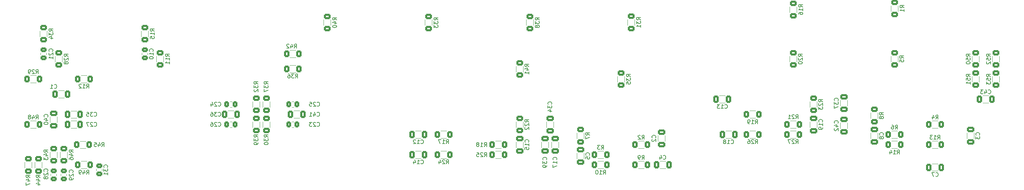
<source format=gbr>
%TF.GenerationSoftware,KiCad,Pcbnew,(6.0.10)*%
%TF.CreationDate,2023-04-08T13:18:27+03:00*%
%TF.ProjectId,DelSol_Mixer,44656c53-6f6c-45f4-9d69-7865722e6b69,rev?*%
%TF.SameCoordinates,Original*%
%TF.FileFunction,Legend,Bot*%
%TF.FilePolarity,Positive*%
%FSLAX46Y46*%
G04 Gerber Fmt 4.6, Leading zero omitted, Abs format (unit mm)*
G04 Created by KiCad (PCBNEW (6.0.10)) date 2023-04-08 13:18:27*
%MOMM*%
%LPD*%
G01*
G04 APERTURE LIST*
G04 Aperture macros list*
%AMRoundRect*
0 Rectangle with rounded corners*
0 $1 Rounding radius*
0 $2 $3 $4 $5 $6 $7 $8 $9 X,Y pos of 4 corners*
0 Add a 4 corners polygon primitive as box body*
4,1,4,$2,$3,$4,$5,$6,$7,$8,$9,$2,$3,0*
0 Add four circle primitives for the rounded corners*
1,1,$1+$1,$2,$3*
1,1,$1+$1,$4,$5*
1,1,$1+$1,$6,$7*
1,1,$1+$1,$8,$9*
0 Add four rect primitives between the rounded corners*
20,1,$1+$1,$2,$3,$4,$5,0*
20,1,$1+$1,$4,$5,$6,$7,0*
20,1,$1+$1,$6,$7,$8,$9,0*
20,1,$1+$1,$8,$9,$2,$3,0*%
G04 Aperture macros list end*
%ADD10C,0.150000*%
%ADD11C,0.120000*%
%ADD12R,1.700000X1.700000*%
%ADD13O,1.700000X1.700000*%
%ADD14C,3.200000*%
%ADD15C,3.000000*%
%ADD16C,1.600000*%
%ADD17R,1.600000X1.600000*%
%ADD18O,1.600000X1.600000*%
%ADD19RoundRect,0.250000X0.625000X-0.400000X0.625000X0.400000X-0.625000X0.400000X-0.625000X-0.400000X0*%
%ADD20RoundRect,0.250000X-0.625000X0.400000X-0.625000X-0.400000X0.625000X-0.400000X0.625000X0.400000X0*%
%ADD21RoundRect,0.250000X-0.412500X-0.650000X0.412500X-0.650000X0.412500X0.650000X-0.412500X0.650000X0*%
%ADD22RoundRect,0.250000X0.475000X-0.337500X0.475000X0.337500X-0.475000X0.337500X-0.475000X-0.337500X0*%
%ADD23RoundRect,0.250000X-0.400000X-0.625000X0.400000X-0.625000X0.400000X0.625000X-0.400000X0.625000X0*%
%ADD24RoundRect,0.250000X-0.337500X-0.475000X0.337500X-0.475000X0.337500X0.475000X-0.337500X0.475000X0*%
%ADD25RoundRect,0.250000X0.400000X0.625000X-0.400000X0.625000X-0.400000X-0.625000X0.400000X-0.625000X0*%
%ADD26RoundRect,0.250000X-0.650000X0.412500X-0.650000X-0.412500X0.650000X-0.412500X0.650000X0.412500X0*%
%ADD27RoundRect,0.250000X0.650000X-0.412500X0.650000X0.412500X-0.650000X0.412500X-0.650000X-0.412500X0*%
%ADD28RoundRect,0.250000X0.337500X0.475000X-0.337500X0.475000X-0.337500X-0.475000X0.337500X-0.475000X0*%
%ADD29RoundRect,0.250000X0.412500X0.650000X-0.412500X0.650000X-0.412500X-0.650000X0.412500X-0.650000X0*%
G04 APERTURE END LIST*
D10*
X16962380Y-65397142D02*
X16486190Y-65063809D01*
X16962380Y-64825714D02*
X15962380Y-64825714D01*
X15962380Y-65206666D01*
X16010000Y-65301904D01*
X16057619Y-65349523D01*
X16152857Y-65397142D01*
X16295714Y-65397142D01*
X16390952Y-65349523D01*
X16438571Y-65301904D01*
X16486190Y-65206666D01*
X16486190Y-64825714D01*
X16295714Y-66254285D02*
X16962380Y-66254285D01*
X15914761Y-66016190D02*
X16629047Y-65778095D01*
X16629047Y-66397142D01*
X15962380Y-66682857D02*
X15962380Y-67349523D01*
X16962380Y-66920952D01*
X252632380Y-34917142D02*
X252156190Y-34583809D01*
X252632380Y-34345714D02*
X251632380Y-34345714D01*
X251632380Y-34726666D01*
X251680000Y-34821904D01*
X251727619Y-34869523D01*
X251822857Y-34917142D01*
X251965714Y-34917142D01*
X252060952Y-34869523D01*
X252108571Y-34821904D01*
X252156190Y-34726666D01*
X252156190Y-34345714D01*
X251632380Y-35821904D02*
X251632380Y-35345714D01*
X252108571Y-35298095D01*
X252060952Y-35345714D01*
X252013333Y-35440952D01*
X252013333Y-35679047D01*
X252060952Y-35774285D01*
X252108571Y-35821904D01*
X252203809Y-35869523D01*
X252441904Y-35869523D01*
X252537142Y-35821904D01*
X252584761Y-35774285D01*
X252632380Y-35679047D01*
X252632380Y-35440952D01*
X252584761Y-35345714D01*
X252537142Y-35298095D01*
X251632380Y-36488571D02*
X251632380Y-36583809D01*
X251680000Y-36679047D01*
X251727619Y-36726666D01*
X251822857Y-36774285D01*
X252013333Y-36821904D01*
X252251428Y-36821904D01*
X252441904Y-36774285D01*
X252537142Y-36726666D01*
X252584761Y-36679047D01*
X252632380Y-36583809D01*
X252632380Y-36488571D01*
X252584761Y-36393333D01*
X252537142Y-36345714D01*
X252441904Y-36298095D01*
X252251428Y-36250476D01*
X252013333Y-36250476D01*
X251822857Y-36298095D01*
X251727619Y-36345714D01*
X251680000Y-36393333D01*
X251632380Y-36488571D01*
X114942857Y-56817142D02*
X114990476Y-56864761D01*
X115133333Y-56912380D01*
X115228571Y-56912380D01*
X115371428Y-56864761D01*
X115466666Y-56769523D01*
X115514285Y-56674285D01*
X115561904Y-56483809D01*
X115561904Y-56340952D01*
X115514285Y-56150476D01*
X115466666Y-56055238D01*
X115371428Y-55960000D01*
X115228571Y-55912380D01*
X115133333Y-55912380D01*
X114990476Y-55960000D01*
X114942857Y-56007619D01*
X113990476Y-56912380D02*
X114561904Y-56912380D01*
X114276190Y-56912380D02*
X114276190Y-55912380D01*
X114371428Y-56055238D01*
X114466666Y-56150476D01*
X114561904Y-56198095D01*
X113609523Y-56007619D02*
X113561904Y-55960000D01*
X113466666Y-55912380D01*
X113228571Y-55912380D01*
X113133333Y-55960000D01*
X113085714Y-56007619D01*
X113038095Y-56102857D01*
X113038095Y-56198095D01*
X113085714Y-56340952D01*
X113657142Y-56912380D01*
X113038095Y-56912380D01*
X141972380Y-51427142D02*
X141496190Y-51093809D01*
X141972380Y-50855714D02*
X140972380Y-50855714D01*
X140972380Y-51236666D01*
X141020000Y-51331904D01*
X141067619Y-51379523D01*
X141162857Y-51427142D01*
X141305714Y-51427142D01*
X141400952Y-51379523D01*
X141448571Y-51331904D01*
X141496190Y-51236666D01*
X141496190Y-50855714D01*
X141067619Y-51808095D02*
X141020000Y-51855714D01*
X140972380Y-51950952D01*
X140972380Y-52189047D01*
X141020000Y-52284285D01*
X141067619Y-52331904D01*
X141162857Y-52379523D01*
X141258095Y-52379523D01*
X141400952Y-52331904D01*
X141972380Y-51760476D01*
X141972380Y-52379523D01*
X141067619Y-52760476D02*
X141020000Y-52808095D01*
X140972380Y-52903333D01*
X140972380Y-53141428D01*
X141020000Y-53236666D01*
X141067619Y-53284285D01*
X141162857Y-53331904D01*
X141258095Y-53331904D01*
X141400952Y-53284285D01*
X141972380Y-52712857D01*
X141972380Y-53331904D01*
X244006666Y-65072142D02*
X244054285Y-65119761D01*
X244197142Y-65167380D01*
X244292380Y-65167380D01*
X244435238Y-65119761D01*
X244530476Y-65024523D01*
X244578095Y-64929285D01*
X244625714Y-64738809D01*
X244625714Y-64595952D01*
X244578095Y-64405476D01*
X244530476Y-64310238D01*
X244435238Y-64215000D01*
X244292380Y-64167380D01*
X244197142Y-64167380D01*
X244054285Y-64215000D01*
X244006666Y-64262619D01*
X243673333Y-64167380D02*
X243006666Y-64167380D01*
X243435238Y-65167380D01*
X36327142Y-62857142D02*
X36374761Y-62809523D01*
X36422380Y-62666666D01*
X36422380Y-62571428D01*
X36374761Y-62428571D01*
X36279523Y-62333333D01*
X36184285Y-62285714D01*
X35993809Y-62238095D01*
X35850952Y-62238095D01*
X35660476Y-62285714D01*
X35565238Y-62333333D01*
X35470000Y-62428571D01*
X35422380Y-62571428D01*
X35422380Y-62666666D01*
X35470000Y-62809523D01*
X35517619Y-62857142D01*
X35422380Y-63190476D02*
X35422380Y-63809523D01*
X35803333Y-63476190D01*
X35803333Y-63619047D01*
X35850952Y-63714285D01*
X35898571Y-63761904D01*
X35993809Y-63809523D01*
X36231904Y-63809523D01*
X36327142Y-63761904D01*
X36374761Y-63714285D01*
X36422380Y-63619047D01*
X36422380Y-63333333D01*
X36374761Y-63238095D01*
X36327142Y-63190476D01*
X36422380Y-64761904D02*
X36422380Y-64190476D01*
X36422380Y-64476190D02*
X35422380Y-64476190D01*
X35565238Y-64380952D01*
X35660476Y-64285714D01*
X35708095Y-64190476D01*
X121292857Y-56882380D02*
X121626190Y-56406190D01*
X121864285Y-56882380D02*
X121864285Y-55882380D01*
X121483333Y-55882380D01*
X121388095Y-55930000D01*
X121340476Y-55977619D01*
X121292857Y-56072857D01*
X121292857Y-56215714D01*
X121340476Y-56310952D01*
X121388095Y-56358571D01*
X121483333Y-56406190D01*
X121864285Y-56406190D01*
X120340476Y-56882380D02*
X120911904Y-56882380D01*
X120626190Y-56882380D02*
X120626190Y-55882380D01*
X120721428Y-56025238D01*
X120816666Y-56120476D01*
X120911904Y-56168095D01*
X120007142Y-55882380D02*
X119340476Y-55882380D01*
X119769047Y-56882380D01*
X64142857Y-47347142D02*
X64190476Y-47394761D01*
X64333333Y-47442380D01*
X64428571Y-47442380D01*
X64571428Y-47394761D01*
X64666666Y-47299523D01*
X64714285Y-47204285D01*
X64761904Y-47013809D01*
X64761904Y-46870952D01*
X64714285Y-46680476D01*
X64666666Y-46585238D01*
X64571428Y-46490000D01*
X64428571Y-46442380D01*
X64333333Y-46442380D01*
X64190476Y-46490000D01*
X64142857Y-46537619D01*
X63761904Y-46537619D02*
X63714285Y-46490000D01*
X63619047Y-46442380D01*
X63380952Y-46442380D01*
X63285714Y-46490000D01*
X63238095Y-46537619D01*
X63190476Y-46632857D01*
X63190476Y-46728095D01*
X63238095Y-46870952D01*
X63809523Y-47442380D01*
X63190476Y-47442380D01*
X62333333Y-46775714D02*
X62333333Y-47442380D01*
X62571428Y-46394761D02*
X62809523Y-47109047D01*
X62190476Y-47109047D01*
X93797380Y-25747142D02*
X93321190Y-25413809D01*
X93797380Y-25175714D02*
X92797380Y-25175714D01*
X92797380Y-25556666D01*
X92845000Y-25651904D01*
X92892619Y-25699523D01*
X92987857Y-25747142D01*
X93130714Y-25747142D01*
X93225952Y-25699523D01*
X93273571Y-25651904D01*
X93321190Y-25556666D01*
X93321190Y-25175714D01*
X93130714Y-26604285D02*
X93797380Y-26604285D01*
X92749761Y-26366190D02*
X93464047Y-26128095D01*
X93464047Y-26747142D01*
X92797380Y-27318571D02*
X92797380Y-27413809D01*
X92845000Y-27509047D01*
X92892619Y-27556666D01*
X92987857Y-27604285D01*
X93178333Y-27651904D01*
X93416428Y-27651904D01*
X93606904Y-27604285D01*
X93702142Y-27556666D01*
X93749761Y-27509047D01*
X93797380Y-27413809D01*
X93797380Y-27318571D01*
X93749761Y-27223333D01*
X93702142Y-27175714D01*
X93606904Y-27128095D01*
X93416428Y-27080476D01*
X93178333Y-27080476D01*
X92987857Y-27128095D01*
X92892619Y-27175714D01*
X92845000Y-27223333D01*
X92797380Y-27318571D01*
X21407380Y-59047142D02*
X20931190Y-58713809D01*
X21407380Y-58475714D02*
X20407380Y-58475714D01*
X20407380Y-58856666D01*
X20455000Y-58951904D01*
X20502619Y-58999523D01*
X20597857Y-59047142D01*
X20740714Y-59047142D01*
X20835952Y-58999523D01*
X20883571Y-58951904D01*
X20931190Y-58856666D01*
X20931190Y-58475714D01*
X20740714Y-59904285D02*
X21407380Y-59904285D01*
X20359761Y-59666190D02*
X21074047Y-59428095D01*
X21074047Y-60047142D01*
X20407380Y-60332857D02*
X20407380Y-60951904D01*
X20788333Y-60618571D01*
X20788333Y-60761428D01*
X20835952Y-60856666D01*
X20883571Y-60904285D01*
X20978809Y-60951904D01*
X21216904Y-60951904D01*
X21312142Y-60904285D01*
X21359761Y-60856666D01*
X21407380Y-60761428D01*
X21407380Y-60475714D01*
X21359761Y-60380476D01*
X21312142Y-60332857D01*
X233846666Y-53242380D02*
X234180000Y-52766190D01*
X234418095Y-53242380D02*
X234418095Y-52242380D01*
X234037142Y-52242380D01*
X233941904Y-52290000D01*
X233894285Y-52337619D01*
X233846666Y-52432857D01*
X233846666Y-52575714D01*
X233894285Y-52670952D01*
X233941904Y-52718571D01*
X234037142Y-52766190D01*
X234418095Y-52766190D01*
X232989523Y-52242380D02*
X233180000Y-52242380D01*
X233275238Y-52290000D01*
X233322857Y-52337619D01*
X233418095Y-52480476D01*
X233465714Y-52670952D01*
X233465714Y-53051904D01*
X233418095Y-53147142D01*
X233370476Y-53194761D01*
X233275238Y-53242380D01*
X233084761Y-53242380D01*
X232989523Y-53194761D01*
X232941904Y-53147142D01*
X232894285Y-53051904D01*
X232894285Y-52813809D01*
X232941904Y-52718571D01*
X232989523Y-52670952D01*
X233084761Y-52623333D01*
X233275238Y-52623333D01*
X233370476Y-52670952D01*
X233418095Y-52718571D01*
X233465714Y-52813809D01*
X192705357Y-56817142D02*
X192752976Y-56864761D01*
X192895833Y-56912380D01*
X192991071Y-56912380D01*
X193133928Y-56864761D01*
X193229166Y-56769523D01*
X193276785Y-56674285D01*
X193324404Y-56483809D01*
X193324404Y-56340952D01*
X193276785Y-56150476D01*
X193229166Y-56055238D01*
X193133928Y-55960000D01*
X192991071Y-55912380D01*
X192895833Y-55912380D01*
X192752976Y-55960000D01*
X192705357Y-56007619D01*
X191752976Y-56912380D02*
X192324404Y-56912380D01*
X192038690Y-56912380D02*
X192038690Y-55912380D01*
X192133928Y-56055238D01*
X192229166Y-56150476D01*
X192324404Y-56198095D01*
X191181547Y-56340952D02*
X191276785Y-56293333D01*
X191324404Y-56245714D01*
X191372023Y-56150476D01*
X191372023Y-56102857D01*
X191324404Y-56007619D01*
X191276785Y-55960000D01*
X191181547Y-55912380D01*
X190991071Y-55912380D01*
X190895833Y-55960000D01*
X190848214Y-56007619D01*
X190800595Y-56102857D01*
X190800595Y-56150476D01*
X190848214Y-56245714D01*
X190895833Y-56293333D01*
X190991071Y-56340952D01*
X191181547Y-56340952D01*
X191276785Y-56388571D01*
X191324404Y-56436190D01*
X191372023Y-56531428D01*
X191372023Y-56721904D01*
X191324404Y-56817142D01*
X191276785Y-56864761D01*
X191181547Y-56912380D01*
X190991071Y-56912380D01*
X190895833Y-56864761D01*
X190848214Y-56817142D01*
X190800595Y-56721904D01*
X190800595Y-56531428D01*
X190848214Y-56436190D01*
X190895833Y-56388571D01*
X190991071Y-56340952D01*
X173767142Y-55420833D02*
X173814761Y-55373214D01*
X173862380Y-55230357D01*
X173862380Y-55135119D01*
X173814761Y-54992261D01*
X173719523Y-54897023D01*
X173624285Y-54849404D01*
X173433809Y-54801785D01*
X173290952Y-54801785D01*
X173100476Y-54849404D01*
X173005238Y-54897023D01*
X172910000Y-54992261D01*
X172862380Y-55135119D01*
X172862380Y-55230357D01*
X172910000Y-55373214D01*
X172957619Y-55420833D01*
X172957619Y-55801785D02*
X172910000Y-55849404D01*
X172862380Y-55944642D01*
X172862380Y-56182738D01*
X172910000Y-56277976D01*
X172957619Y-56325595D01*
X173052857Y-56373214D01*
X173148095Y-56373214D01*
X173290952Y-56325595D01*
X173862380Y-55754166D01*
X173862380Y-56373214D01*
X157147142Y-59815833D02*
X157194761Y-59768214D01*
X157242380Y-59625357D01*
X157242380Y-59530119D01*
X157194761Y-59387261D01*
X157099523Y-59292023D01*
X157004285Y-59244404D01*
X156813809Y-59196785D01*
X156670952Y-59196785D01*
X156480476Y-59244404D01*
X156385238Y-59292023D01*
X156290000Y-59387261D01*
X156242380Y-59530119D01*
X156242380Y-59625357D01*
X156290000Y-59768214D01*
X156337619Y-59815833D01*
X156242380Y-60720595D02*
X156242380Y-60244404D01*
X156718571Y-60196785D01*
X156670952Y-60244404D01*
X156623333Y-60339642D01*
X156623333Y-60577738D01*
X156670952Y-60672976D01*
X156718571Y-60720595D01*
X156813809Y-60768214D01*
X157051904Y-60768214D01*
X157147142Y-60720595D01*
X157194761Y-60672976D01*
X157242380Y-60577738D01*
X157242380Y-60339642D01*
X157194761Y-60244404D01*
X157147142Y-60196785D01*
X27662142Y-64127142D02*
X27709761Y-64079523D01*
X27757380Y-63936666D01*
X27757380Y-63841428D01*
X27709761Y-63698571D01*
X27614523Y-63603333D01*
X27519285Y-63555714D01*
X27328809Y-63508095D01*
X27185952Y-63508095D01*
X26995476Y-63555714D01*
X26900238Y-63603333D01*
X26805000Y-63698571D01*
X26757380Y-63841428D01*
X26757380Y-63936666D01*
X26805000Y-64079523D01*
X26852619Y-64127142D01*
X26852619Y-64508095D02*
X26805000Y-64555714D01*
X26757380Y-64650952D01*
X26757380Y-64889047D01*
X26805000Y-64984285D01*
X26852619Y-65031904D01*
X26947857Y-65079523D01*
X27043095Y-65079523D01*
X27185952Y-65031904D01*
X27757380Y-64460476D01*
X27757380Y-65079523D01*
X27757380Y-65555714D02*
X27757380Y-65746190D01*
X27709761Y-65841428D01*
X27662142Y-65889047D01*
X27519285Y-65984285D01*
X27328809Y-66031904D01*
X26947857Y-66031904D01*
X26852619Y-65984285D01*
X26805000Y-65936666D01*
X26757380Y-65841428D01*
X26757380Y-65650952D01*
X26805000Y-65555714D01*
X26852619Y-65508095D01*
X26947857Y-65460476D01*
X27185952Y-65460476D01*
X27281190Y-65508095D01*
X27328809Y-65555714D01*
X27376428Y-65650952D01*
X27376428Y-65841428D01*
X27328809Y-65936666D01*
X27281190Y-65984285D01*
X27185952Y-66031904D01*
X257712380Y-39997142D02*
X257236190Y-39663809D01*
X257712380Y-39425714D02*
X256712380Y-39425714D01*
X256712380Y-39806666D01*
X256760000Y-39901904D01*
X256807619Y-39949523D01*
X256902857Y-39997142D01*
X257045714Y-39997142D01*
X257140952Y-39949523D01*
X257188571Y-39901904D01*
X257236190Y-39806666D01*
X257236190Y-39425714D01*
X256712380Y-40901904D02*
X256712380Y-40425714D01*
X257188571Y-40378095D01*
X257140952Y-40425714D01*
X257093333Y-40520952D01*
X257093333Y-40759047D01*
X257140952Y-40854285D01*
X257188571Y-40901904D01*
X257283809Y-40949523D01*
X257521904Y-40949523D01*
X257617142Y-40901904D01*
X257664761Y-40854285D01*
X257712380Y-40759047D01*
X257712380Y-40520952D01*
X257664761Y-40425714D01*
X257617142Y-40378095D01*
X256712380Y-41282857D02*
X256712380Y-41901904D01*
X257093333Y-41568571D01*
X257093333Y-41711428D01*
X257140952Y-41806666D01*
X257188571Y-41854285D01*
X257283809Y-41901904D01*
X257521904Y-41901904D01*
X257617142Y-41854285D01*
X257664761Y-41806666D01*
X257712380Y-41711428D01*
X257712380Y-41425714D01*
X257664761Y-41330476D01*
X257617142Y-41282857D01*
X76652380Y-41902142D02*
X76176190Y-41568809D01*
X76652380Y-41330714D02*
X75652380Y-41330714D01*
X75652380Y-41711666D01*
X75700000Y-41806904D01*
X75747619Y-41854523D01*
X75842857Y-41902142D01*
X75985714Y-41902142D01*
X76080952Y-41854523D01*
X76128571Y-41806904D01*
X76176190Y-41711666D01*
X76176190Y-41330714D01*
X75652380Y-42235476D02*
X75652380Y-42854523D01*
X76033333Y-42521190D01*
X76033333Y-42664047D01*
X76080952Y-42759285D01*
X76128571Y-42806904D01*
X76223809Y-42854523D01*
X76461904Y-42854523D01*
X76557142Y-42806904D01*
X76604761Y-42759285D01*
X76652380Y-42664047D01*
X76652380Y-42378333D01*
X76604761Y-42283095D01*
X76557142Y-42235476D01*
X75652380Y-43187857D02*
X75652380Y-43854523D01*
X76652380Y-43425952D01*
X121292857Y-61962380D02*
X121626190Y-61486190D01*
X121864285Y-61962380D02*
X121864285Y-60962380D01*
X121483333Y-60962380D01*
X121388095Y-61010000D01*
X121340476Y-61057619D01*
X121292857Y-61152857D01*
X121292857Y-61295714D01*
X121340476Y-61390952D01*
X121388095Y-61438571D01*
X121483333Y-61486190D01*
X121864285Y-61486190D01*
X120911904Y-61057619D02*
X120864285Y-61010000D01*
X120769047Y-60962380D01*
X120530952Y-60962380D01*
X120435714Y-61010000D01*
X120388095Y-61057619D01*
X120340476Y-61152857D01*
X120340476Y-61248095D01*
X120388095Y-61390952D01*
X120959523Y-61962380D01*
X120340476Y-61962380D01*
X119483333Y-61295714D02*
X119483333Y-61962380D01*
X119721428Y-60914761D02*
X119959523Y-61629047D01*
X119340476Y-61629047D01*
X235952380Y-35393333D02*
X235476190Y-35060000D01*
X235952380Y-34821904D02*
X234952380Y-34821904D01*
X234952380Y-35202857D01*
X235000000Y-35298095D01*
X235047619Y-35345714D01*
X235142857Y-35393333D01*
X235285714Y-35393333D01*
X235380952Y-35345714D01*
X235428571Y-35298095D01*
X235476190Y-35202857D01*
X235476190Y-34821904D01*
X234952380Y-36298095D02*
X234952380Y-35821904D01*
X235428571Y-35774285D01*
X235380952Y-35821904D01*
X235333333Y-35917142D01*
X235333333Y-36155238D01*
X235380952Y-36250476D01*
X235428571Y-36298095D01*
X235523809Y-36345714D01*
X235761904Y-36345714D01*
X235857142Y-36298095D01*
X235904761Y-36250476D01*
X235952380Y-36155238D01*
X235952380Y-35917142D01*
X235904761Y-35821904D01*
X235857142Y-35774285D01*
X160662857Y-64587380D02*
X160996190Y-64111190D01*
X161234285Y-64587380D02*
X161234285Y-63587380D01*
X160853333Y-63587380D01*
X160758095Y-63635000D01*
X160710476Y-63682619D01*
X160662857Y-63777857D01*
X160662857Y-63920714D01*
X160710476Y-64015952D01*
X160758095Y-64063571D01*
X160853333Y-64111190D01*
X161234285Y-64111190D01*
X159710476Y-64587380D02*
X160281904Y-64587380D01*
X159996190Y-64587380D02*
X159996190Y-63587380D01*
X160091428Y-63730238D01*
X160186666Y-63825476D01*
X160281904Y-63873095D01*
X159091428Y-63587380D02*
X158996190Y-63587380D01*
X158900952Y-63635000D01*
X158853333Y-63682619D01*
X158805714Y-63777857D01*
X158758095Y-63968333D01*
X158758095Y-64206428D01*
X158805714Y-64396904D01*
X158853333Y-64492142D01*
X158900952Y-64539761D01*
X158996190Y-64587380D01*
X159091428Y-64587380D01*
X159186666Y-64539761D01*
X159234285Y-64492142D01*
X159281904Y-64396904D01*
X159329523Y-64206428D01*
X159329523Y-63968333D01*
X159281904Y-63777857D01*
X159234285Y-63682619D01*
X159186666Y-63635000D01*
X159091428Y-63587380D01*
X219487142Y-51719642D02*
X219534761Y-51672023D01*
X219582380Y-51529166D01*
X219582380Y-51433928D01*
X219534761Y-51291071D01*
X219439523Y-51195833D01*
X219344285Y-51148214D01*
X219153809Y-51100595D01*
X219010952Y-51100595D01*
X218820476Y-51148214D01*
X218725238Y-51195833D01*
X218630000Y-51291071D01*
X218582380Y-51433928D01*
X218582380Y-51529166D01*
X218630000Y-51672023D01*
X218677619Y-51719642D01*
X218915714Y-52576785D02*
X219582380Y-52576785D01*
X218534761Y-52338690D02*
X219249047Y-52100595D01*
X219249047Y-52719642D01*
X218677619Y-53052976D02*
X218630000Y-53100595D01*
X218582380Y-53195833D01*
X218582380Y-53433928D01*
X218630000Y-53529166D01*
X218677619Y-53576785D01*
X218772857Y-53624404D01*
X218868095Y-53624404D01*
X219010952Y-53576785D01*
X219582380Y-53005357D01*
X219582380Y-53624404D01*
X230872380Y-49643333D02*
X230396190Y-49310000D01*
X230872380Y-49071904D02*
X229872380Y-49071904D01*
X229872380Y-49452857D01*
X229920000Y-49548095D01*
X229967619Y-49595714D01*
X230062857Y-49643333D01*
X230205714Y-49643333D01*
X230300952Y-49595714D01*
X230348571Y-49548095D01*
X230396190Y-49452857D01*
X230396190Y-49071904D01*
X230300952Y-50214761D02*
X230253333Y-50119523D01*
X230205714Y-50071904D01*
X230110476Y-50024285D01*
X230062857Y-50024285D01*
X229967619Y-50071904D01*
X229920000Y-50119523D01*
X229872380Y-50214761D01*
X229872380Y-50405238D01*
X229920000Y-50500476D01*
X229967619Y-50548095D01*
X230062857Y-50595714D01*
X230110476Y-50595714D01*
X230205714Y-50548095D01*
X230253333Y-50500476D01*
X230300952Y-50405238D01*
X230300952Y-50214761D01*
X230348571Y-50119523D01*
X230396190Y-50071904D01*
X230491428Y-50024285D01*
X230681904Y-50024285D01*
X230777142Y-50071904D01*
X230824761Y-50119523D01*
X230872380Y-50214761D01*
X230872380Y-50405238D01*
X230824761Y-50500476D01*
X230777142Y-50548095D01*
X230681904Y-50595714D01*
X230491428Y-50595714D01*
X230396190Y-50548095D01*
X230348571Y-50500476D01*
X230300952Y-50405238D01*
X27757380Y-59047142D02*
X27281190Y-58713809D01*
X27757380Y-58475714D02*
X26757380Y-58475714D01*
X26757380Y-58856666D01*
X26805000Y-58951904D01*
X26852619Y-58999523D01*
X26947857Y-59047142D01*
X27090714Y-59047142D01*
X27185952Y-58999523D01*
X27233571Y-58951904D01*
X27281190Y-58856666D01*
X27281190Y-58475714D01*
X27090714Y-59904285D02*
X27757380Y-59904285D01*
X26709761Y-59666190D02*
X27424047Y-59428095D01*
X27424047Y-60047142D01*
X26757380Y-60856666D02*
X26757380Y-60666190D01*
X26805000Y-60570952D01*
X26852619Y-60523333D01*
X26995476Y-60428095D01*
X27185952Y-60380476D01*
X27566904Y-60380476D01*
X27662142Y-60428095D01*
X27709761Y-60475714D01*
X27757380Y-60570952D01*
X27757380Y-60761428D01*
X27709761Y-60856666D01*
X27662142Y-60904285D01*
X27566904Y-60951904D01*
X27328809Y-60951904D01*
X27233571Y-60904285D01*
X27185952Y-60856666D01*
X27138333Y-60761428D01*
X27138333Y-60570952D01*
X27185952Y-60475714D01*
X27233571Y-60428095D01*
X27328809Y-60380476D01*
X210637380Y-22497142D02*
X210161190Y-22163809D01*
X210637380Y-21925714D02*
X209637380Y-21925714D01*
X209637380Y-22306666D01*
X209685000Y-22401904D01*
X209732619Y-22449523D01*
X209827857Y-22497142D01*
X209970714Y-22497142D01*
X210065952Y-22449523D01*
X210113571Y-22401904D01*
X210161190Y-22306666D01*
X210161190Y-21925714D01*
X210637380Y-23449523D02*
X210637380Y-22878095D01*
X210637380Y-23163809D02*
X209637380Y-23163809D01*
X209780238Y-23068571D01*
X209875476Y-22973333D01*
X209923095Y-22878095D01*
X209637380Y-24306666D02*
X209637380Y-24116190D01*
X209685000Y-24020952D01*
X209732619Y-23973333D01*
X209875476Y-23878095D01*
X210065952Y-23830476D01*
X210446904Y-23830476D01*
X210542142Y-23878095D01*
X210589761Y-23925714D01*
X210637380Y-24020952D01*
X210637380Y-24211428D01*
X210589761Y-24306666D01*
X210542142Y-24354285D01*
X210446904Y-24401904D01*
X210208809Y-24401904D01*
X210113571Y-24354285D01*
X210065952Y-24306666D01*
X210018333Y-24211428D01*
X210018333Y-24020952D01*
X210065952Y-23925714D01*
X210113571Y-23878095D01*
X210208809Y-23830476D01*
X51887380Y-34917142D02*
X51411190Y-34583809D01*
X51887380Y-34345714D02*
X50887380Y-34345714D01*
X50887380Y-34726666D01*
X50935000Y-34821904D01*
X50982619Y-34869523D01*
X51077857Y-34917142D01*
X51220714Y-34917142D01*
X51315952Y-34869523D01*
X51363571Y-34821904D01*
X51411190Y-34726666D01*
X51411190Y-34345714D01*
X51887380Y-35869523D02*
X51887380Y-35298095D01*
X51887380Y-35583809D02*
X50887380Y-35583809D01*
X51030238Y-35488571D01*
X51125476Y-35393333D01*
X51173095Y-35298095D01*
X51887380Y-36821904D02*
X51887380Y-36250476D01*
X51887380Y-36536190D02*
X50887380Y-36536190D01*
X51030238Y-36440952D01*
X51125476Y-36345714D01*
X51173095Y-36250476D01*
X160186666Y-58322380D02*
X160520000Y-57846190D01*
X160758095Y-58322380D02*
X160758095Y-57322380D01*
X160377142Y-57322380D01*
X160281904Y-57370000D01*
X160234285Y-57417619D01*
X160186666Y-57512857D01*
X160186666Y-57655714D01*
X160234285Y-57750952D01*
X160281904Y-57798571D01*
X160377142Y-57846190D01*
X160758095Y-57846190D01*
X159853333Y-57322380D02*
X159234285Y-57322380D01*
X159567619Y-57703333D01*
X159424761Y-57703333D01*
X159329523Y-57750952D01*
X159281904Y-57798571D01*
X159234285Y-57893809D01*
X159234285Y-58131904D01*
X159281904Y-58227142D01*
X159329523Y-58274761D01*
X159424761Y-58322380D01*
X159710476Y-58322380D01*
X159805714Y-58274761D01*
X159853333Y-58227142D01*
X144597380Y-25747142D02*
X144121190Y-25413809D01*
X144597380Y-25175714D02*
X143597380Y-25175714D01*
X143597380Y-25556666D01*
X143645000Y-25651904D01*
X143692619Y-25699523D01*
X143787857Y-25747142D01*
X143930714Y-25747142D01*
X144025952Y-25699523D01*
X144073571Y-25651904D01*
X144121190Y-25556666D01*
X144121190Y-25175714D01*
X143597380Y-26080476D02*
X143597380Y-26699523D01*
X143978333Y-26366190D01*
X143978333Y-26509047D01*
X144025952Y-26604285D01*
X144073571Y-26651904D01*
X144168809Y-26699523D01*
X144406904Y-26699523D01*
X144502142Y-26651904D01*
X144549761Y-26604285D01*
X144597380Y-26509047D01*
X144597380Y-26223333D01*
X144549761Y-26128095D01*
X144502142Y-26080476D01*
X144025952Y-27270952D02*
X143978333Y-27175714D01*
X143930714Y-27128095D01*
X143835476Y-27080476D01*
X143787857Y-27080476D01*
X143692619Y-27128095D01*
X143645000Y-27175714D01*
X143597380Y-27270952D01*
X143597380Y-27461428D01*
X143645000Y-27556666D01*
X143692619Y-27604285D01*
X143787857Y-27651904D01*
X143835476Y-27651904D01*
X143930714Y-27604285D01*
X143978333Y-27556666D01*
X144025952Y-27461428D01*
X144025952Y-27270952D01*
X144073571Y-27175714D01*
X144121190Y-27128095D01*
X144216428Y-27080476D01*
X144406904Y-27080476D01*
X144502142Y-27128095D01*
X144549761Y-27175714D01*
X144597380Y-27270952D01*
X144597380Y-27461428D01*
X144549761Y-27556666D01*
X144502142Y-27604285D01*
X144406904Y-27651904D01*
X144216428Y-27651904D01*
X144121190Y-27604285D01*
X144073571Y-27556666D01*
X144025952Y-27461428D01*
X191142857Y-47927142D02*
X191190476Y-47974761D01*
X191333333Y-48022380D01*
X191428571Y-48022380D01*
X191571428Y-47974761D01*
X191666666Y-47879523D01*
X191714285Y-47784285D01*
X191761904Y-47593809D01*
X191761904Y-47450952D01*
X191714285Y-47260476D01*
X191666666Y-47165238D01*
X191571428Y-47070000D01*
X191428571Y-47022380D01*
X191333333Y-47022380D01*
X191190476Y-47070000D01*
X191142857Y-47117619D01*
X190190476Y-48022380D02*
X190761904Y-48022380D01*
X190476190Y-48022380D02*
X190476190Y-47022380D01*
X190571428Y-47165238D01*
X190666666Y-47260476D01*
X190761904Y-47308095D01*
X189857142Y-47022380D02*
X189238095Y-47022380D01*
X189571428Y-47403333D01*
X189428571Y-47403333D01*
X189333333Y-47450952D01*
X189285714Y-47498571D01*
X189238095Y-47593809D01*
X189238095Y-47831904D01*
X189285714Y-47927142D01*
X189333333Y-47974761D01*
X189428571Y-48022380D01*
X189714285Y-48022380D01*
X189809523Y-47974761D01*
X189857142Y-47927142D01*
X119197380Y-25747142D02*
X118721190Y-25413809D01*
X119197380Y-25175714D02*
X118197380Y-25175714D01*
X118197380Y-25556666D01*
X118245000Y-25651904D01*
X118292619Y-25699523D01*
X118387857Y-25747142D01*
X118530714Y-25747142D01*
X118625952Y-25699523D01*
X118673571Y-25651904D01*
X118721190Y-25556666D01*
X118721190Y-25175714D01*
X118197380Y-26080476D02*
X118197380Y-26699523D01*
X118578333Y-26366190D01*
X118578333Y-26509047D01*
X118625952Y-26604285D01*
X118673571Y-26651904D01*
X118768809Y-26699523D01*
X119006904Y-26699523D01*
X119102142Y-26651904D01*
X119149761Y-26604285D01*
X119197380Y-26509047D01*
X119197380Y-26223333D01*
X119149761Y-26128095D01*
X119102142Y-26080476D01*
X118197380Y-27032857D02*
X118197380Y-27651904D01*
X118578333Y-27318571D01*
X118578333Y-27461428D01*
X118625952Y-27556666D01*
X118673571Y-27604285D01*
X118768809Y-27651904D01*
X119006904Y-27651904D01*
X119102142Y-27604285D01*
X119149761Y-27556666D01*
X119197380Y-27461428D01*
X119197380Y-27175714D01*
X119149761Y-27080476D01*
X119102142Y-27032857D01*
X147677142Y-46982142D02*
X147724761Y-46934523D01*
X147772380Y-46791666D01*
X147772380Y-46696428D01*
X147724761Y-46553571D01*
X147629523Y-46458333D01*
X147534285Y-46410714D01*
X147343809Y-46363095D01*
X147200952Y-46363095D01*
X147010476Y-46410714D01*
X146915238Y-46458333D01*
X146820000Y-46553571D01*
X146772380Y-46696428D01*
X146772380Y-46791666D01*
X146820000Y-46934523D01*
X146867619Y-46982142D01*
X146772380Y-47315476D02*
X146772380Y-47934523D01*
X147153333Y-47601190D01*
X147153333Y-47744047D01*
X147200952Y-47839285D01*
X147248571Y-47886904D01*
X147343809Y-47934523D01*
X147581904Y-47934523D01*
X147677142Y-47886904D01*
X147724761Y-47839285D01*
X147772380Y-47744047D01*
X147772380Y-47458333D01*
X147724761Y-47363095D01*
X147677142Y-47315476D01*
X147105714Y-48791666D02*
X147772380Y-48791666D01*
X146724761Y-48553571D02*
X147439047Y-48315476D01*
X147439047Y-48934523D01*
X74112380Y-55237142D02*
X73636190Y-54903809D01*
X74112380Y-54665714D02*
X73112380Y-54665714D01*
X73112380Y-55046666D01*
X73160000Y-55141904D01*
X73207619Y-55189523D01*
X73302857Y-55237142D01*
X73445714Y-55237142D01*
X73540952Y-55189523D01*
X73588571Y-55141904D01*
X73636190Y-55046666D01*
X73636190Y-54665714D01*
X73112380Y-55570476D02*
X73112380Y-56189523D01*
X73493333Y-55856190D01*
X73493333Y-55999047D01*
X73540952Y-56094285D01*
X73588571Y-56141904D01*
X73683809Y-56189523D01*
X73921904Y-56189523D01*
X74017142Y-56141904D01*
X74064761Y-56094285D01*
X74112380Y-55999047D01*
X74112380Y-55713333D01*
X74064761Y-55618095D01*
X74017142Y-55570476D01*
X74112380Y-56665714D02*
X74112380Y-56856190D01*
X74064761Y-56951428D01*
X74017142Y-56999047D01*
X73874285Y-57094285D01*
X73683809Y-57141904D01*
X73302857Y-57141904D01*
X73207619Y-57094285D01*
X73160000Y-57046666D01*
X73112380Y-56951428D01*
X73112380Y-56760952D01*
X73160000Y-56665714D01*
X73207619Y-56618095D01*
X73302857Y-56570476D01*
X73540952Y-56570476D01*
X73636190Y-56618095D01*
X73683809Y-56665714D01*
X73731428Y-56760952D01*
X73731428Y-56951428D01*
X73683809Y-57046666D01*
X73636190Y-57094285D01*
X73540952Y-57141904D01*
X234322857Y-59507380D02*
X234656190Y-59031190D01*
X234894285Y-59507380D02*
X234894285Y-58507380D01*
X234513333Y-58507380D01*
X234418095Y-58555000D01*
X234370476Y-58602619D01*
X234322857Y-58697857D01*
X234322857Y-58840714D01*
X234370476Y-58935952D01*
X234418095Y-58983571D01*
X234513333Y-59031190D01*
X234894285Y-59031190D01*
X233370476Y-59507380D02*
X233941904Y-59507380D01*
X233656190Y-59507380D02*
X233656190Y-58507380D01*
X233751428Y-58650238D01*
X233846666Y-58745476D01*
X233941904Y-58793095D01*
X232513333Y-58840714D02*
X232513333Y-59507380D01*
X232751428Y-58459761D02*
X232989523Y-59174047D01*
X232370476Y-59174047D01*
X74112380Y-41902142D02*
X73636190Y-41568809D01*
X74112380Y-41330714D02*
X73112380Y-41330714D01*
X73112380Y-41711666D01*
X73160000Y-41806904D01*
X73207619Y-41854523D01*
X73302857Y-41902142D01*
X73445714Y-41902142D01*
X73540952Y-41854523D01*
X73588571Y-41806904D01*
X73636190Y-41711666D01*
X73636190Y-41330714D01*
X73112380Y-42235476D02*
X73112380Y-42854523D01*
X73493333Y-42521190D01*
X73493333Y-42664047D01*
X73540952Y-42759285D01*
X73588571Y-42806904D01*
X73683809Y-42854523D01*
X73921904Y-42854523D01*
X74017142Y-42806904D01*
X74064761Y-42759285D01*
X74112380Y-42664047D01*
X74112380Y-42378333D01*
X74064761Y-42283095D01*
X74017142Y-42235476D01*
X73207619Y-43235476D02*
X73160000Y-43283095D01*
X73112380Y-43378333D01*
X73112380Y-43616428D01*
X73160000Y-43711666D01*
X73207619Y-43759285D01*
X73302857Y-43806904D01*
X73398095Y-43806904D01*
X73540952Y-43759285D01*
X74112380Y-43187857D01*
X74112380Y-43806904D01*
X236037380Y-22693333D02*
X235561190Y-22360000D01*
X236037380Y-22121904D02*
X235037380Y-22121904D01*
X235037380Y-22502857D01*
X235085000Y-22598095D01*
X235132619Y-22645714D01*
X235227857Y-22693333D01*
X235370714Y-22693333D01*
X235465952Y-22645714D01*
X235513571Y-22598095D01*
X235561190Y-22502857D01*
X235561190Y-22121904D01*
X236037380Y-23645714D02*
X236037380Y-23074285D01*
X236037380Y-23360000D02*
X235037380Y-23360000D01*
X235180238Y-23264761D01*
X235275476Y-23169523D01*
X235323095Y-23074285D01*
X208922857Y-50617380D02*
X209256190Y-50141190D01*
X209494285Y-50617380D02*
X209494285Y-49617380D01*
X209113333Y-49617380D01*
X209018095Y-49665000D01*
X208970476Y-49712619D01*
X208922857Y-49807857D01*
X208922857Y-49950714D01*
X208970476Y-50045952D01*
X209018095Y-50093571D01*
X209113333Y-50141190D01*
X209494285Y-50141190D01*
X208541904Y-49712619D02*
X208494285Y-49665000D01*
X208399047Y-49617380D01*
X208160952Y-49617380D01*
X208065714Y-49665000D01*
X208018095Y-49712619D01*
X207970476Y-49807857D01*
X207970476Y-49903095D01*
X208018095Y-50045952D01*
X208589523Y-50617380D01*
X207970476Y-50617380D01*
X207018095Y-50617380D02*
X207589523Y-50617380D01*
X207303809Y-50617380D02*
X207303809Y-49617380D01*
X207399047Y-49760238D01*
X207494285Y-49855476D01*
X207589523Y-49903095D01*
X169997380Y-25697142D02*
X169521190Y-25363809D01*
X169997380Y-25125714D02*
X168997380Y-25125714D01*
X168997380Y-25506666D01*
X169045000Y-25601904D01*
X169092619Y-25649523D01*
X169187857Y-25697142D01*
X169330714Y-25697142D01*
X169425952Y-25649523D01*
X169473571Y-25601904D01*
X169521190Y-25506666D01*
X169521190Y-25125714D01*
X168997380Y-26030476D02*
X168997380Y-26649523D01*
X169378333Y-26316190D01*
X169378333Y-26459047D01*
X169425952Y-26554285D01*
X169473571Y-26601904D01*
X169568809Y-26649523D01*
X169806904Y-26649523D01*
X169902142Y-26601904D01*
X169949761Y-26554285D01*
X169997380Y-26459047D01*
X169997380Y-26173333D01*
X169949761Y-26078095D01*
X169902142Y-26030476D01*
X169997380Y-27601904D02*
X169997380Y-27030476D01*
X169997380Y-27316190D02*
X168997380Y-27316190D01*
X169140238Y-27220952D01*
X169235476Y-27125714D01*
X169283095Y-27030476D01*
X88907857Y-52427142D02*
X88955476Y-52474761D01*
X89098333Y-52522380D01*
X89193571Y-52522380D01*
X89336428Y-52474761D01*
X89431666Y-52379523D01*
X89479285Y-52284285D01*
X89526904Y-52093809D01*
X89526904Y-51950952D01*
X89479285Y-51760476D01*
X89431666Y-51665238D01*
X89336428Y-51570000D01*
X89193571Y-51522380D01*
X89098333Y-51522380D01*
X88955476Y-51570000D01*
X88907857Y-51617619D01*
X88526904Y-51617619D02*
X88479285Y-51570000D01*
X88384047Y-51522380D01*
X88145952Y-51522380D01*
X88050714Y-51570000D01*
X88003095Y-51617619D01*
X87955476Y-51712857D01*
X87955476Y-51808095D01*
X88003095Y-51950952D01*
X88574523Y-52522380D01*
X87955476Y-52522380D01*
X87622142Y-51522380D02*
X87003095Y-51522380D01*
X87336428Y-51903333D01*
X87193571Y-51903333D01*
X87098333Y-51950952D01*
X87050714Y-51998571D01*
X87003095Y-52093809D01*
X87003095Y-52331904D01*
X87050714Y-52427142D01*
X87098333Y-52474761D01*
X87193571Y-52522380D01*
X87479285Y-52522380D01*
X87574523Y-52474761D01*
X87622142Y-52427142D01*
X170346666Y-55782380D02*
X170680000Y-55306190D01*
X170918095Y-55782380D02*
X170918095Y-54782380D01*
X170537142Y-54782380D01*
X170441904Y-54830000D01*
X170394285Y-54877619D01*
X170346666Y-54972857D01*
X170346666Y-55115714D01*
X170394285Y-55210952D01*
X170441904Y-55258571D01*
X170537142Y-55306190D01*
X170918095Y-55306190D01*
X169965714Y-54877619D02*
X169918095Y-54830000D01*
X169822857Y-54782380D01*
X169584761Y-54782380D01*
X169489523Y-54830000D01*
X169441904Y-54877619D01*
X169394285Y-54972857D01*
X169394285Y-55068095D01*
X169441904Y-55210952D01*
X170013333Y-55782380D01*
X169394285Y-55782380D01*
X83192857Y-32837380D02*
X83526190Y-32361190D01*
X83764285Y-32837380D02*
X83764285Y-31837380D01*
X83383333Y-31837380D01*
X83288095Y-31885000D01*
X83240476Y-31932619D01*
X83192857Y-32027857D01*
X83192857Y-32170714D01*
X83240476Y-32265952D01*
X83288095Y-32313571D01*
X83383333Y-32361190D01*
X83764285Y-32361190D01*
X82335714Y-32170714D02*
X82335714Y-32837380D01*
X82573809Y-31789761D02*
X82811904Y-32504047D01*
X82192857Y-32504047D01*
X81859523Y-31932619D02*
X81811904Y-31885000D01*
X81716666Y-31837380D01*
X81478571Y-31837380D01*
X81383333Y-31885000D01*
X81335714Y-31932619D01*
X81288095Y-32027857D01*
X81288095Y-32123095D01*
X81335714Y-32265952D01*
X81907142Y-32837380D01*
X81288095Y-32837380D01*
X33027857Y-49887142D02*
X33075476Y-49934761D01*
X33218333Y-49982380D01*
X33313571Y-49982380D01*
X33456428Y-49934761D01*
X33551666Y-49839523D01*
X33599285Y-49744285D01*
X33646904Y-49553809D01*
X33646904Y-49410952D01*
X33599285Y-49220476D01*
X33551666Y-49125238D01*
X33456428Y-49030000D01*
X33313571Y-48982380D01*
X33218333Y-48982380D01*
X33075476Y-49030000D01*
X33027857Y-49077619D01*
X32694523Y-48982380D02*
X32075476Y-48982380D01*
X32408809Y-49363333D01*
X32265952Y-49363333D01*
X32170714Y-49410952D01*
X32123095Y-49458571D01*
X32075476Y-49553809D01*
X32075476Y-49791904D01*
X32123095Y-49887142D01*
X32170714Y-49934761D01*
X32265952Y-49982380D01*
X32551666Y-49982380D01*
X32646904Y-49934761D01*
X32694523Y-49887142D01*
X31170714Y-48982380D02*
X31646904Y-48982380D01*
X31694523Y-49458571D01*
X31646904Y-49410952D01*
X31551666Y-49363333D01*
X31313571Y-49363333D01*
X31218333Y-49410952D01*
X31170714Y-49458571D01*
X31123095Y-49553809D01*
X31123095Y-49791904D01*
X31170714Y-49887142D01*
X31218333Y-49934761D01*
X31313571Y-49982380D01*
X31551666Y-49982380D01*
X31646904Y-49934761D01*
X31694523Y-49887142D01*
X230807142Y-54735833D02*
X230854761Y-54688214D01*
X230902380Y-54545357D01*
X230902380Y-54450119D01*
X230854761Y-54307261D01*
X230759523Y-54212023D01*
X230664285Y-54164404D01*
X230473809Y-54116785D01*
X230330952Y-54116785D01*
X230140476Y-54164404D01*
X230045238Y-54212023D01*
X229950000Y-54307261D01*
X229902380Y-54450119D01*
X229902380Y-54545357D01*
X229950000Y-54688214D01*
X229997619Y-54735833D01*
X230330952Y-55307261D02*
X230283333Y-55212023D01*
X230235714Y-55164404D01*
X230140476Y-55116785D01*
X230092857Y-55116785D01*
X229997619Y-55164404D01*
X229950000Y-55212023D01*
X229902380Y-55307261D01*
X229902380Y-55497738D01*
X229950000Y-55592976D01*
X229997619Y-55640595D01*
X230092857Y-55688214D01*
X230140476Y-55688214D01*
X230235714Y-55640595D01*
X230283333Y-55592976D01*
X230330952Y-55497738D01*
X230330952Y-55307261D01*
X230378571Y-55212023D01*
X230426190Y-55164404D01*
X230521428Y-55116785D01*
X230711904Y-55116785D01*
X230807142Y-55164404D01*
X230854761Y-55212023D01*
X230902380Y-55307261D01*
X230902380Y-55497738D01*
X230854761Y-55592976D01*
X230807142Y-55640595D01*
X230711904Y-55688214D01*
X230521428Y-55688214D01*
X230426190Y-55640595D01*
X230378571Y-55592976D01*
X230330952Y-55497738D01*
X31122857Y-42912380D02*
X31456190Y-42436190D01*
X31694285Y-42912380D02*
X31694285Y-41912380D01*
X31313333Y-41912380D01*
X31218095Y-41960000D01*
X31170476Y-42007619D01*
X31122857Y-42102857D01*
X31122857Y-42245714D01*
X31170476Y-42340952D01*
X31218095Y-42388571D01*
X31313333Y-42436190D01*
X31694285Y-42436190D01*
X30170476Y-42912380D02*
X30741904Y-42912380D01*
X30456190Y-42912380D02*
X30456190Y-41912380D01*
X30551428Y-42055238D01*
X30646666Y-42150476D01*
X30741904Y-42198095D01*
X29789523Y-42007619D02*
X29741904Y-41960000D01*
X29646666Y-41912380D01*
X29408571Y-41912380D01*
X29313333Y-41960000D01*
X29265714Y-42007619D01*
X29218095Y-42102857D01*
X29218095Y-42198095D01*
X29265714Y-42340952D01*
X29837142Y-42912380D01*
X29218095Y-42912380D01*
X244006666Y-50702380D02*
X244340000Y-50226190D01*
X244578095Y-50702380D02*
X244578095Y-49702380D01*
X244197142Y-49702380D01*
X244101904Y-49750000D01*
X244054285Y-49797619D01*
X244006666Y-49892857D01*
X244006666Y-50035714D01*
X244054285Y-50130952D01*
X244101904Y-50178571D01*
X244197142Y-50226190D01*
X244578095Y-50226190D01*
X243149523Y-50035714D02*
X243149523Y-50702380D01*
X243387619Y-49654761D02*
X243625714Y-50369047D01*
X243006666Y-50369047D01*
X18422857Y-39272380D02*
X18756190Y-38796190D01*
X18994285Y-39272380D02*
X18994285Y-38272380D01*
X18613333Y-38272380D01*
X18518095Y-38320000D01*
X18470476Y-38367619D01*
X18422857Y-38462857D01*
X18422857Y-38605714D01*
X18470476Y-38700952D01*
X18518095Y-38748571D01*
X18613333Y-38796190D01*
X18994285Y-38796190D01*
X18041904Y-38367619D02*
X17994285Y-38320000D01*
X17899047Y-38272380D01*
X17660952Y-38272380D01*
X17565714Y-38320000D01*
X17518095Y-38367619D01*
X17470476Y-38462857D01*
X17470476Y-38558095D01*
X17518095Y-38700952D01*
X18089523Y-39272380D01*
X17470476Y-39272380D01*
X16994285Y-39272380D02*
X16803809Y-39272380D01*
X16708571Y-39224761D01*
X16660952Y-39177142D01*
X16565714Y-39034285D01*
X16518095Y-38843809D01*
X16518095Y-38462857D01*
X16565714Y-38367619D01*
X16613333Y-38320000D01*
X16708571Y-38272380D01*
X16899047Y-38272380D01*
X16994285Y-38320000D01*
X17041904Y-38367619D01*
X17089523Y-38462857D01*
X17089523Y-38700952D01*
X17041904Y-38796190D01*
X16994285Y-38843809D01*
X16899047Y-38891428D01*
X16708571Y-38891428D01*
X16613333Y-38843809D01*
X16565714Y-38796190D01*
X16518095Y-38700952D01*
X257712380Y-34917142D02*
X257236190Y-34583809D01*
X257712380Y-34345714D02*
X256712380Y-34345714D01*
X256712380Y-34726666D01*
X256760000Y-34821904D01*
X256807619Y-34869523D01*
X256902857Y-34917142D01*
X257045714Y-34917142D01*
X257140952Y-34869523D01*
X257188571Y-34821904D01*
X257236190Y-34726666D01*
X257236190Y-34345714D01*
X256712380Y-35821904D02*
X256712380Y-35345714D01*
X257188571Y-35298095D01*
X257140952Y-35345714D01*
X257093333Y-35440952D01*
X257093333Y-35679047D01*
X257140952Y-35774285D01*
X257188571Y-35821904D01*
X257283809Y-35869523D01*
X257521904Y-35869523D01*
X257617142Y-35821904D01*
X257664761Y-35774285D01*
X257712380Y-35679047D01*
X257712380Y-35440952D01*
X257664761Y-35345714D01*
X257617142Y-35298095D01*
X256807619Y-36250476D02*
X256760000Y-36298095D01*
X256712380Y-36393333D01*
X256712380Y-36631428D01*
X256760000Y-36726666D01*
X256807619Y-36774285D01*
X256902857Y-36821904D01*
X256998095Y-36821904D01*
X257140952Y-36774285D01*
X257712380Y-36202857D01*
X257712380Y-36821904D01*
X18422857Y-50702380D02*
X18756190Y-50226190D01*
X18994285Y-50702380D02*
X18994285Y-49702380D01*
X18613333Y-49702380D01*
X18518095Y-49750000D01*
X18470476Y-49797619D01*
X18422857Y-49892857D01*
X18422857Y-50035714D01*
X18470476Y-50130952D01*
X18518095Y-50178571D01*
X18613333Y-50226190D01*
X18994285Y-50226190D01*
X17565714Y-50035714D02*
X17565714Y-50702380D01*
X17803809Y-49654761D02*
X18041904Y-50369047D01*
X17422857Y-50369047D01*
X16899047Y-50130952D02*
X16994285Y-50083333D01*
X17041904Y-50035714D01*
X17089523Y-49940476D01*
X17089523Y-49892857D01*
X17041904Y-49797619D01*
X16994285Y-49750000D01*
X16899047Y-49702380D01*
X16708571Y-49702380D01*
X16613333Y-49750000D01*
X16565714Y-49797619D01*
X16518095Y-49892857D01*
X16518095Y-49940476D01*
X16565714Y-50035714D01*
X16613333Y-50083333D01*
X16708571Y-50130952D01*
X16899047Y-50130952D01*
X16994285Y-50178571D01*
X17041904Y-50226190D01*
X17089523Y-50321428D01*
X17089523Y-50511904D01*
X17041904Y-50607142D01*
X16994285Y-50654761D01*
X16899047Y-50702380D01*
X16708571Y-50702380D01*
X16613333Y-50654761D01*
X16565714Y-50607142D01*
X16518095Y-50511904D01*
X16518095Y-50321428D01*
X16565714Y-50226190D01*
X16613333Y-50178571D01*
X16708571Y-50130952D01*
X47757142Y-33647142D02*
X47804761Y-33599523D01*
X47852380Y-33456666D01*
X47852380Y-33361428D01*
X47804761Y-33218571D01*
X47709523Y-33123333D01*
X47614285Y-33075714D01*
X47423809Y-33028095D01*
X47280952Y-33028095D01*
X47090476Y-33075714D01*
X46995238Y-33123333D01*
X46900000Y-33218571D01*
X46852380Y-33361428D01*
X46852380Y-33456666D01*
X46900000Y-33599523D01*
X46947619Y-33647142D01*
X47852380Y-34599523D02*
X47852380Y-34028095D01*
X47852380Y-34313809D02*
X46852380Y-34313809D01*
X46995238Y-34218571D01*
X47090476Y-34123333D01*
X47138095Y-34028095D01*
X46852380Y-35218571D02*
X46852380Y-35313809D01*
X46900000Y-35409047D01*
X46947619Y-35456666D01*
X47042857Y-35504285D01*
X47233333Y-35551904D01*
X47471428Y-35551904D01*
X47661904Y-35504285D01*
X47757142Y-35456666D01*
X47804761Y-35409047D01*
X47852380Y-35313809D01*
X47852380Y-35218571D01*
X47804761Y-35123333D01*
X47757142Y-35075714D01*
X47661904Y-35028095D01*
X47471428Y-34980476D01*
X47233333Y-34980476D01*
X47042857Y-35028095D01*
X46947619Y-35075714D01*
X46900000Y-35123333D01*
X46852380Y-35218571D01*
X114942857Y-61897142D02*
X114990476Y-61944761D01*
X115133333Y-61992380D01*
X115228571Y-61992380D01*
X115371428Y-61944761D01*
X115466666Y-61849523D01*
X115514285Y-61754285D01*
X115561904Y-61563809D01*
X115561904Y-61420952D01*
X115514285Y-61230476D01*
X115466666Y-61135238D01*
X115371428Y-61040000D01*
X115228571Y-60992380D01*
X115133333Y-60992380D01*
X114990476Y-61040000D01*
X114942857Y-61087619D01*
X113990476Y-61992380D02*
X114561904Y-61992380D01*
X114276190Y-61992380D02*
X114276190Y-60992380D01*
X114371428Y-61135238D01*
X114466666Y-61230476D01*
X114561904Y-61278095D01*
X113133333Y-61325714D02*
X113133333Y-61992380D01*
X113371428Y-60944761D02*
X113609523Y-61659047D01*
X112990476Y-61659047D01*
X208922857Y-56882380D02*
X209256190Y-56406190D01*
X209494285Y-56882380D02*
X209494285Y-55882380D01*
X209113333Y-55882380D01*
X209018095Y-55930000D01*
X208970476Y-55977619D01*
X208922857Y-56072857D01*
X208922857Y-56215714D01*
X208970476Y-56310952D01*
X209018095Y-56358571D01*
X209113333Y-56406190D01*
X209494285Y-56406190D01*
X208541904Y-55977619D02*
X208494285Y-55930000D01*
X208399047Y-55882380D01*
X208160952Y-55882380D01*
X208065714Y-55930000D01*
X208018095Y-55977619D01*
X207970476Y-56072857D01*
X207970476Y-56168095D01*
X208018095Y-56310952D01*
X208589523Y-56882380D01*
X207970476Y-56882380D01*
X207637142Y-55882380D02*
X206970476Y-55882380D01*
X207399047Y-56882380D01*
X210552380Y-34917142D02*
X210076190Y-34583809D01*
X210552380Y-34345714D02*
X209552380Y-34345714D01*
X209552380Y-34726666D01*
X209600000Y-34821904D01*
X209647619Y-34869523D01*
X209742857Y-34917142D01*
X209885714Y-34917142D01*
X209980952Y-34869523D01*
X210028571Y-34821904D01*
X210076190Y-34726666D01*
X210076190Y-34345714D01*
X209647619Y-35298095D02*
X209600000Y-35345714D01*
X209552380Y-35440952D01*
X209552380Y-35679047D01*
X209600000Y-35774285D01*
X209647619Y-35821904D01*
X209742857Y-35869523D01*
X209838095Y-35869523D01*
X209980952Y-35821904D01*
X210552380Y-35250476D01*
X210552380Y-35869523D01*
X209552380Y-36488571D02*
X209552380Y-36583809D01*
X209600000Y-36679047D01*
X209647619Y-36726666D01*
X209742857Y-36774285D01*
X209933333Y-36821904D01*
X210171428Y-36821904D01*
X210361904Y-36774285D01*
X210457142Y-36726666D01*
X210504761Y-36679047D01*
X210552380Y-36583809D01*
X210552380Y-36488571D01*
X210504761Y-36393333D01*
X210457142Y-36345714D01*
X210361904Y-36298095D01*
X210171428Y-36250476D01*
X209933333Y-36250476D01*
X209742857Y-36298095D01*
X209647619Y-36345714D01*
X209600000Y-36393333D01*
X209552380Y-36488571D01*
X219487142Y-46054642D02*
X219534761Y-46007023D01*
X219582380Y-45864166D01*
X219582380Y-45768928D01*
X219534761Y-45626071D01*
X219439523Y-45530833D01*
X219344285Y-45483214D01*
X219153809Y-45435595D01*
X219010952Y-45435595D01*
X218820476Y-45483214D01*
X218725238Y-45530833D01*
X218630000Y-45626071D01*
X218582380Y-45768928D01*
X218582380Y-45864166D01*
X218630000Y-46007023D01*
X218677619Y-46054642D01*
X218582380Y-46387976D02*
X218582380Y-47007023D01*
X218963333Y-46673690D01*
X218963333Y-46816547D01*
X219010952Y-46911785D01*
X219058571Y-46959404D01*
X219153809Y-47007023D01*
X219391904Y-47007023D01*
X219487142Y-46959404D01*
X219534761Y-46911785D01*
X219582380Y-46816547D01*
X219582380Y-46530833D01*
X219534761Y-46435595D01*
X219487142Y-46387976D01*
X218582380Y-47340357D02*
X218582380Y-48007023D01*
X219582380Y-47578452D01*
X88907857Y-47347142D02*
X88955476Y-47394761D01*
X89098333Y-47442380D01*
X89193571Y-47442380D01*
X89336428Y-47394761D01*
X89431666Y-47299523D01*
X89479285Y-47204285D01*
X89526904Y-47013809D01*
X89526904Y-46870952D01*
X89479285Y-46680476D01*
X89431666Y-46585238D01*
X89336428Y-46490000D01*
X89193571Y-46442380D01*
X89098333Y-46442380D01*
X88955476Y-46490000D01*
X88907857Y-46537619D01*
X88526904Y-46537619D02*
X88479285Y-46490000D01*
X88384047Y-46442380D01*
X88145952Y-46442380D01*
X88050714Y-46490000D01*
X88003095Y-46537619D01*
X87955476Y-46632857D01*
X87955476Y-46728095D01*
X88003095Y-46870952D01*
X88574523Y-47442380D01*
X87955476Y-47442380D01*
X87050714Y-46442380D02*
X87526904Y-46442380D01*
X87574523Y-46918571D01*
X87526904Y-46870952D01*
X87431666Y-46823333D01*
X87193571Y-46823333D01*
X87098333Y-46870952D01*
X87050714Y-46918571D01*
X87003095Y-47013809D01*
X87003095Y-47251904D01*
X87050714Y-47347142D01*
X87098333Y-47394761D01*
X87193571Y-47442380D01*
X87431666Y-47442380D01*
X87526904Y-47394761D01*
X87574523Y-47347142D01*
X130817857Y-57602380D02*
X131151190Y-57126190D01*
X131389285Y-57602380D02*
X131389285Y-56602380D01*
X131008333Y-56602380D01*
X130913095Y-56650000D01*
X130865476Y-56697619D01*
X130817857Y-56792857D01*
X130817857Y-56935714D01*
X130865476Y-57030952D01*
X130913095Y-57078571D01*
X131008333Y-57126190D01*
X131389285Y-57126190D01*
X129865476Y-57602380D02*
X130436904Y-57602380D01*
X130151190Y-57602380D02*
X130151190Y-56602380D01*
X130246428Y-56745238D01*
X130341666Y-56840476D01*
X130436904Y-56888095D01*
X129294047Y-57030952D02*
X129389285Y-56983333D01*
X129436904Y-56935714D01*
X129484523Y-56840476D01*
X129484523Y-56792857D01*
X129436904Y-56697619D01*
X129389285Y-56650000D01*
X129294047Y-56602380D01*
X129103571Y-56602380D01*
X129008333Y-56650000D01*
X128960714Y-56697619D01*
X128913095Y-56792857D01*
X128913095Y-56840476D01*
X128960714Y-56935714D01*
X129008333Y-56983333D01*
X129103571Y-57030952D01*
X129294047Y-57030952D01*
X129389285Y-57078571D01*
X129436904Y-57126190D01*
X129484523Y-57221428D01*
X129484523Y-57411904D01*
X129436904Y-57507142D01*
X129389285Y-57554761D01*
X129294047Y-57602380D01*
X129103571Y-57602380D01*
X129008333Y-57554761D01*
X128960714Y-57507142D01*
X128913095Y-57411904D01*
X128913095Y-57221428D01*
X128960714Y-57126190D01*
X129008333Y-57078571D01*
X129103571Y-57030952D01*
X198762857Y-51887380D02*
X199096190Y-51411190D01*
X199334285Y-51887380D02*
X199334285Y-50887380D01*
X198953333Y-50887380D01*
X198858095Y-50935000D01*
X198810476Y-50982619D01*
X198762857Y-51077857D01*
X198762857Y-51220714D01*
X198810476Y-51315952D01*
X198858095Y-51363571D01*
X198953333Y-51411190D01*
X199334285Y-51411190D01*
X197810476Y-51887380D02*
X198381904Y-51887380D01*
X198096190Y-51887380D02*
X198096190Y-50887380D01*
X198191428Y-51030238D01*
X198286666Y-51125476D01*
X198381904Y-51173095D01*
X197334285Y-51887380D02*
X197143809Y-51887380D01*
X197048571Y-51839761D01*
X197000952Y-51792142D01*
X196905714Y-51649285D01*
X196858095Y-51458809D01*
X196858095Y-51077857D01*
X196905714Y-50982619D01*
X196953333Y-50935000D01*
X197048571Y-50887380D01*
X197239047Y-50887380D01*
X197334285Y-50935000D01*
X197381904Y-50982619D01*
X197429523Y-51077857D01*
X197429523Y-51315952D01*
X197381904Y-51411190D01*
X197334285Y-51458809D01*
X197239047Y-51506428D01*
X197048571Y-51506428D01*
X196953333Y-51458809D01*
X196905714Y-51411190D01*
X196858095Y-51315952D01*
X48077380Y-28567142D02*
X47601190Y-28233809D01*
X48077380Y-27995714D02*
X47077380Y-27995714D01*
X47077380Y-28376666D01*
X47125000Y-28471904D01*
X47172619Y-28519523D01*
X47267857Y-28567142D01*
X47410714Y-28567142D01*
X47505952Y-28519523D01*
X47553571Y-28471904D01*
X47601190Y-28376666D01*
X47601190Y-27995714D01*
X48077380Y-29519523D02*
X48077380Y-28948095D01*
X48077380Y-29233809D02*
X47077380Y-29233809D01*
X47220238Y-29138571D01*
X47315476Y-29043333D01*
X47363095Y-28948095D01*
X47077380Y-30424285D02*
X47077380Y-29948095D01*
X47553571Y-29900476D01*
X47505952Y-29948095D01*
X47458333Y-30043333D01*
X47458333Y-30281428D01*
X47505952Y-30376666D01*
X47553571Y-30424285D01*
X47648809Y-30471904D01*
X47886904Y-30471904D01*
X47982142Y-30424285D01*
X48029761Y-30376666D01*
X48077380Y-30281428D01*
X48077380Y-30043333D01*
X48029761Y-29948095D01*
X47982142Y-29900476D01*
X64142857Y-49887142D02*
X64190476Y-49934761D01*
X64333333Y-49982380D01*
X64428571Y-49982380D01*
X64571428Y-49934761D01*
X64666666Y-49839523D01*
X64714285Y-49744285D01*
X64761904Y-49553809D01*
X64761904Y-49410952D01*
X64714285Y-49220476D01*
X64666666Y-49125238D01*
X64571428Y-49030000D01*
X64428571Y-48982380D01*
X64333333Y-48982380D01*
X64190476Y-49030000D01*
X64142857Y-49077619D01*
X63809523Y-48982380D02*
X63190476Y-48982380D01*
X63523809Y-49363333D01*
X63380952Y-49363333D01*
X63285714Y-49410952D01*
X63238095Y-49458571D01*
X63190476Y-49553809D01*
X63190476Y-49791904D01*
X63238095Y-49887142D01*
X63285714Y-49934761D01*
X63380952Y-49982380D01*
X63666666Y-49982380D01*
X63761904Y-49934761D01*
X63809523Y-49887142D01*
X62333333Y-48982380D02*
X62523809Y-48982380D01*
X62619047Y-49030000D01*
X62666666Y-49077619D01*
X62761904Y-49220476D01*
X62809523Y-49410952D01*
X62809523Y-49791904D01*
X62761904Y-49887142D01*
X62714285Y-49934761D01*
X62619047Y-49982380D01*
X62428571Y-49982380D01*
X62333333Y-49934761D01*
X62285714Y-49887142D01*
X62238095Y-49791904D01*
X62238095Y-49553809D01*
X62285714Y-49458571D01*
X62333333Y-49410952D01*
X62428571Y-49363333D01*
X62619047Y-49363333D01*
X62714285Y-49410952D01*
X62761904Y-49458571D01*
X62809523Y-49553809D01*
X175719166Y-60737142D02*
X175766785Y-60784761D01*
X175909642Y-60832380D01*
X176004880Y-60832380D01*
X176147738Y-60784761D01*
X176242976Y-60689523D01*
X176290595Y-60594285D01*
X176338214Y-60403809D01*
X176338214Y-60260952D01*
X176290595Y-60070476D01*
X176242976Y-59975238D01*
X176147738Y-59880000D01*
X176004880Y-59832380D01*
X175909642Y-59832380D01*
X175766785Y-59880000D01*
X175719166Y-59927619D01*
X174862023Y-60165714D02*
X174862023Y-60832380D01*
X175100119Y-59784761D02*
X175338214Y-60499047D01*
X174719166Y-60499047D01*
X148947142Y-60952142D02*
X148994761Y-60904523D01*
X149042380Y-60761666D01*
X149042380Y-60666428D01*
X148994761Y-60523571D01*
X148899523Y-60428333D01*
X148804285Y-60380714D01*
X148613809Y-60333095D01*
X148470952Y-60333095D01*
X148280476Y-60380714D01*
X148185238Y-60428333D01*
X148090000Y-60523571D01*
X148042380Y-60666428D01*
X148042380Y-60761666D01*
X148090000Y-60904523D01*
X148137619Y-60952142D01*
X149042380Y-61904523D02*
X149042380Y-61333095D01*
X149042380Y-61618809D02*
X148042380Y-61618809D01*
X148185238Y-61523571D01*
X148280476Y-61428333D01*
X148328095Y-61333095D01*
X148042380Y-62237857D02*
X148042380Y-62904523D01*
X149042380Y-62475952D01*
X19502380Y-65397142D02*
X19026190Y-65063809D01*
X19502380Y-64825714D02*
X18502380Y-64825714D01*
X18502380Y-65206666D01*
X18550000Y-65301904D01*
X18597619Y-65349523D01*
X18692857Y-65397142D01*
X18835714Y-65397142D01*
X18930952Y-65349523D01*
X18978571Y-65301904D01*
X19026190Y-65206666D01*
X19026190Y-64825714D01*
X18835714Y-66254285D02*
X19502380Y-66254285D01*
X18454761Y-66016190D02*
X19169047Y-65778095D01*
X19169047Y-66397142D01*
X18835714Y-67206666D02*
X19502380Y-67206666D01*
X18454761Y-66968571D02*
X19169047Y-66730476D01*
X19169047Y-67349523D01*
X21367142Y-50157142D02*
X21414761Y-50109523D01*
X21462380Y-49966666D01*
X21462380Y-49871428D01*
X21414761Y-49728571D01*
X21319523Y-49633333D01*
X21224285Y-49585714D01*
X21033809Y-49538095D01*
X20890952Y-49538095D01*
X20700476Y-49585714D01*
X20605238Y-49633333D01*
X20510000Y-49728571D01*
X20462380Y-49871428D01*
X20462380Y-49966666D01*
X20510000Y-50109523D01*
X20557619Y-50157142D01*
X20795714Y-51014285D02*
X21462380Y-51014285D01*
X20414761Y-50776190D02*
X21129047Y-50538095D01*
X21129047Y-51157142D01*
X20462380Y-51728571D02*
X20462380Y-51823809D01*
X20510000Y-51919047D01*
X20557619Y-51966666D01*
X20652857Y-52014285D01*
X20843333Y-52061904D01*
X21081428Y-52061904D01*
X21271904Y-52014285D01*
X21367142Y-51966666D01*
X21414761Y-51919047D01*
X21462380Y-51823809D01*
X21462380Y-51728571D01*
X21414761Y-51633333D01*
X21367142Y-51585714D01*
X21271904Y-51538095D01*
X21081428Y-51490476D01*
X20843333Y-51490476D01*
X20652857Y-51538095D01*
X20557619Y-51585714D01*
X20510000Y-51633333D01*
X20462380Y-51728571D01*
X198762857Y-56882380D02*
X199096190Y-56406190D01*
X199334285Y-56882380D02*
X199334285Y-55882380D01*
X198953333Y-55882380D01*
X198858095Y-55930000D01*
X198810476Y-55977619D01*
X198762857Y-56072857D01*
X198762857Y-56215714D01*
X198810476Y-56310952D01*
X198858095Y-56358571D01*
X198953333Y-56406190D01*
X199334285Y-56406190D01*
X198381904Y-55977619D02*
X198334285Y-55930000D01*
X198239047Y-55882380D01*
X198000952Y-55882380D01*
X197905714Y-55930000D01*
X197858095Y-55977619D01*
X197810476Y-56072857D01*
X197810476Y-56168095D01*
X197858095Y-56310952D01*
X198429523Y-56882380D01*
X197810476Y-56882380D01*
X196953333Y-55882380D02*
X197143809Y-55882380D01*
X197239047Y-55930000D01*
X197286666Y-55977619D01*
X197381904Y-56120476D01*
X197429523Y-56310952D01*
X197429523Y-56691904D01*
X197381904Y-56787142D01*
X197334285Y-56834761D01*
X197239047Y-56882380D01*
X197048571Y-56882380D01*
X196953333Y-56834761D01*
X196905714Y-56787142D01*
X196858095Y-56691904D01*
X196858095Y-56453809D01*
X196905714Y-56358571D01*
X196953333Y-56310952D01*
X197048571Y-56263333D01*
X197239047Y-56263333D01*
X197334285Y-56310952D01*
X197381904Y-56358571D01*
X197429523Y-56453809D01*
X76652380Y-55237142D02*
X76176190Y-54903809D01*
X76652380Y-54665714D02*
X75652380Y-54665714D01*
X75652380Y-55046666D01*
X75700000Y-55141904D01*
X75747619Y-55189523D01*
X75842857Y-55237142D01*
X75985714Y-55237142D01*
X76080952Y-55189523D01*
X76128571Y-55141904D01*
X76176190Y-55046666D01*
X76176190Y-54665714D01*
X75652380Y-55570476D02*
X75652380Y-56189523D01*
X76033333Y-55856190D01*
X76033333Y-55999047D01*
X76080952Y-56094285D01*
X76128571Y-56141904D01*
X76223809Y-56189523D01*
X76461904Y-56189523D01*
X76557142Y-56141904D01*
X76604761Y-56094285D01*
X76652380Y-55999047D01*
X76652380Y-55713333D01*
X76604761Y-55618095D01*
X76557142Y-55570476D01*
X75652380Y-56808571D02*
X75652380Y-56903809D01*
X75700000Y-56999047D01*
X75747619Y-57046666D01*
X75842857Y-57094285D01*
X76033333Y-57141904D01*
X76271428Y-57141904D01*
X76461904Y-57094285D01*
X76557142Y-57046666D01*
X76604761Y-56999047D01*
X76652380Y-56903809D01*
X76652380Y-56808571D01*
X76604761Y-56713333D01*
X76557142Y-56665714D01*
X76461904Y-56618095D01*
X76271428Y-56570476D01*
X76033333Y-56570476D01*
X75842857Y-56618095D01*
X75747619Y-56665714D01*
X75700000Y-56713333D01*
X75652380Y-56808571D01*
X170346666Y-60862380D02*
X170680000Y-60386190D01*
X170918095Y-60862380D02*
X170918095Y-59862380D01*
X170537142Y-59862380D01*
X170441904Y-59910000D01*
X170394285Y-59957619D01*
X170346666Y-60052857D01*
X170346666Y-60195714D01*
X170394285Y-60290952D01*
X170441904Y-60338571D01*
X170537142Y-60386190D01*
X170918095Y-60386190D01*
X169870476Y-60862380D02*
X169680000Y-60862380D01*
X169584761Y-60814761D01*
X169537142Y-60767142D01*
X169441904Y-60624285D01*
X169394285Y-60433809D01*
X169394285Y-60052857D01*
X169441904Y-59957619D01*
X169489523Y-59910000D01*
X169584761Y-59862380D01*
X169775238Y-59862380D01*
X169870476Y-59910000D01*
X169918095Y-59957619D01*
X169965714Y-60052857D01*
X169965714Y-60290952D01*
X169918095Y-60386190D01*
X169870476Y-60433809D01*
X169775238Y-60481428D01*
X169584761Y-60481428D01*
X169489523Y-60433809D01*
X169441904Y-60386190D01*
X169394285Y-60290952D01*
X26487380Y-34917142D02*
X26011190Y-34583809D01*
X26487380Y-34345714D02*
X25487380Y-34345714D01*
X25487380Y-34726666D01*
X25535000Y-34821904D01*
X25582619Y-34869523D01*
X25677857Y-34917142D01*
X25820714Y-34917142D01*
X25915952Y-34869523D01*
X25963571Y-34821904D01*
X26011190Y-34726666D01*
X26011190Y-34345714D01*
X25582619Y-35298095D02*
X25535000Y-35345714D01*
X25487380Y-35440952D01*
X25487380Y-35679047D01*
X25535000Y-35774285D01*
X25582619Y-35821904D01*
X25677857Y-35869523D01*
X25773095Y-35869523D01*
X25915952Y-35821904D01*
X26487380Y-35250476D01*
X26487380Y-35869523D01*
X25915952Y-36440952D02*
X25868333Y-36345714D01*
X25820714Y-36298095D01*
X25725476Y-36250476D01*
X25677857Y-36250476D01*
X25582619Y-36298095D01*
X25535000Y-36345714D01*
X25487380Y-36440952D01*
X25487380Y-36631428D01*
X25535000Y-36726666D01*
X25582619Y-36774285D01*
X25677857Y-36821904D01*
X25725476Y-36821904D01*
X25820714Y-36774285D01*
X25868333Y-36726666D01*
X25915952Y-36631428D01*
X25915952Y-36440952D01*
X25963571Y-36345714D01*
X26011190Y-36298095D01*
X26106428Y-36250476D01*
X26296904Y-36250476D01*
X26392142Y-36298095D01*
X26439761Y-36345714D01*
X26487380Y-36440952D01*
X26487380Y-36631428D01*
X26439761Y-36726666D01*
X26392142Y-36774285D01*
X26296904Y-36821904D01*
X26106428Y-36821904D01*
X26011190Y-36774285D01*
X25963571Y-36726666D01*
X25915952Y-36631428D01*
X33027857Y-52427142D02*
X33075476Y-52474761D01*
X33218333Y-52522380D01*
X33313571Y-52522380D01*
X33456428Y-52474761D01*
X33551666Y-52379523D01*
X33599285Y-52284285D01*
X33646904Y-52093809D01*
X33646904Y-51950952D01*
X33599285Y-51760476D01*
X33551666Y-51665238D01*
X33456428Y-51570000D01*
X33313571Y-51522380D01*
X33218333Y-51522380D01*
X33075476Y-51570000D01*
X33027857Y-51617619D01*
X32646904Y-51617619D02*
X32599285Y-51570000D01*
X32504047Y-51522380D01*
X32265952Y-51522380D01*
X32170714Y-51570000D01*
X32123095Y-51617619D01*
X32075476Y-51712857D01*
X32075476Y-51808095D01*
X32123095Y-51950952D01*
X32694523Y-52522380D01*
X32075476Y-52522380D01*
X31742142Y-51522380D02*
X31075476Y-51522380D01*
X31504047Y-52522380D01*
X141907142Y-56507142D02*
X141954761Y-56459523D01*
X142002380Y-56316666D01*
X142002380Y-56221428D01*
X141954761Y-56078571D01*
X141859523Y-55983333D01*
X141764285Y-55935714D01*
X141573809Y-55888095D01*
X141430952Y-55888095D01*
X141240476Y-55935714D01*
X141145238Y-55983333D01*
X141050000Y-56078571D01*
X141002380Y-56221428D01*
X141002380Y-56316666D01*
X141050000Y-56459523D01*
X141097619Y-56507142D01*
X142002380Y-57459523D02*
X142002380Y-56888095D01*
X142002380Y-57173809D02*
X141002380Y-57173809D01*
X141145238Y-57078571D01*
X141240476Y-56983333D01*
X141288095Y-56888095D01*
X141002380Y-58364285D02*
X141002380Y-57888095D01*
X141478571Y-57840476D01*
X141430952Y-57888095D01*
X141383333Y-57983333D01*
X141383333Y-58221428D01*
X141430952Y-58316666D01*
X141478571Y-58364285D01*
X141573809Y-58411904D01*
X141811904Y-58411904D01*
X141907142Y-58364285D01*
X141954761Y-58316666D01*
X142002380Y-58221428D01*
X142002380Y-57983333D01*
X141954761Y-57888095D01*
X141907142Y-57840476D01*
X141972380Y-37457142D02*
X141496190Y-37123809D01*
X141972380Y-36885714D02*
X140972380Y-36885714D01*
X140972380Y-37266666D01*
X141020000Y-37361904D01*
X141067619Y-37409523D01*
X141162857Y-37457142D01*
X141305714Y-37457142D01*
X141400952Y-37409523D01*
X141448571Y-37361904D01*
X141496190Y-37266666D01*
X141496190Y-36885714D01*
X141305714Y-38314285D02*
X141972380Y-38314285D01*
X140924761Y-38076190D02*
X141639047Y-37838095D01*
X141639047Y-38457142D01*
X141972380Y-39361904D02*
X141972380Y-38790476D01*
X141972380Y-39076190D02*
X140972380Y-39076190D01*
X141115238Y-38980952D01*
X141210476Y-38885714D01*
X141258095Y-38790476D01*
X23026666Y-42902142D02*
X23074285Y-42949761D01*
X23217142Y-42997380D01*
X23312380Y-42997380D01*
X23455238Y-42949761D01*
X23550476Y-42854523D01*
X23598095Y-42759285D01*
X23645714Y-42568809D01*
X23645714Y-42425952D01*
X23598095Y-42235476D01*
X23550476Y-42140238D01*
X23455238Y-42045000D01*
X23312380Y-41997380D01*
X23217142Y-41997380D01*
X23074285Y-42045000D01*
X23026666Y-42092619D01*
X22074285Y-42997380D02*
X22645714Y-42997380D01*
X22360000Y-42997380D02*
X22360000Y-41997380D01*
X22455238Y-42140238D01*
X22550476Y-42235476D01*
X22645714Y-42283095D01*
X215632380Y-46347142D02*
X215156190Y-46013809D01*
X215632380Y-45775714D02*
X214632380Y-45775714D01*
X214632380Y-46156666D01*
X214680000Y-46251904D01*
X214727619Y-46299523D01*
X214822857Y-46347142D01*
X214965714Y-46347142D01*
X215060952Y-46299523D01*
X215108571Y-46251904D01*
X215156190Y-46156666D01*
X215156190Y-45775714D01*
X214727619Y-46728095D02*
X214680000Y-46775714D01*
X214632380Y-46870952D01*
X214632380Y-47109047D01*
X214680000Y-47204285D01*
X214727619Y-47251904D01*
X214822857Y-47299523D01*
X214918095Y-47299523D01*
X215060952Y-47251904D01*
X215632380Y-46680476D01*
X215632380Y-47299523D01*
X214632380Y-47632857D02*
X214632380Y-48251904D01*
X215013333Y-47918571D01*
X215013333Y-48061428D01*
X215060952Y-48156666D01*
X215108571Y-48204285D01*
X215203809Y-48251904D01*
X215441904Y-48251904D01*
X215537142Y-48204285D01*
X215584761Y-48156666D01*
X215632380Y-48061428D01*
X215632380Y-47775714D01*
X215584761Y-47680476D01*
X215537142Y-47632857D01*
X130817857Y-60142380D02*
X131151190Y-59666190D01*
X131389285Y-60142380D02*
X131389285Y-59142380D01*
X131008333Y-59142380D01*
X130913095Y-59190000D01*
X130865476Y-59237619D01*
X130817857Y-59332857D01*
X130817857Y-59475714D01*
X130865476Y-59570952D01*
X130913095Y-59618571D01*
X131008333Y-59666190D01*
X131389285Y-59666190D01*
X130436904Y-59237619D02*
X130389285Y-59190000D01*
X130294047Y-59142380D01*
X130055952Y-59142380D01*
X129960714Y-59190000D01*
X129913095Y-59237619D01*
X129865476Y-59332857D01*
X129865476Y-59428095D01*
X129913095Y-59570952D01*
X130484523Y-60142380D01*
X129865476Y-60142380D01*
X128960714Y-59142380D02*
X129436904Y-59142380D01*
X129484523Y-59618571D01*
X129436904Y-59570952D01*
X129341666Y-59523333D01*
X129103571Y-59523333D01*
X129008333Y-59570952D01*
X128960714Y-59618571D01*
X128913095Y-59713809D01*
X128913095Y-59951904D01*
X128960714Y-60047142D01*
X129008333Y-60094761D01*
X129103571Y-60142380D01*
X129341666Y-60142380D01*
X129436904Y-60094761D01*
X129484523Y-60047142D01*
X244482857Y-55782380D02*
X244816190Y-55306190D01*
X245054285Y-55782380D02*
X245054285Y-54782380D01*
X244673333Y-54782380D01*
X244578095Y-54830000D01*
X244530476Y-54877619D01*
X244482857Y-54972857D01*
X244482857Y-55115714D01*
X244530476Y-55210952D01*
X244578095Y-55258571D01*
X244673333Y-55306190D01*
X245054285Y-55306190D01*
X243530476Y-55782380D02*
X244101904Y-55782380D01*
X243816190Y-55782380D02*
X243816190Y-54782380D01*
X243911428Y-54925238D01*
X244006666Y-55020476D01*
X244101904Y-55068095D01*
X243197142Y-54782380D02*
X242578095Y-54782380D01*
X242911428Y-55163333D01*
X242768571Y-55163333D01*
X242673333Y-55210952D01*
X242625714Y-55258571D01*
X242578095Y-55353809D01*
X242578095Y-55591904D01*
X242625714Y-55687142D01*
X242673333Y-55734761D01*
X242768571Y-55782380D01*
X243054285Y-55782380D01*
X243149523Y-55734761D01*
X243197142Y-55687142D01*
X88907857Y-49887142D02*
X88955476Y-49934761D01*
X89098333Y-49982380D01*
X89193571Y-49982380D01*
X89336428Y-49934761D01*
X89431666Y-49839523D01*
X89479285Y-49744285D01*
X89526904Y-49553809D01*
X89526904Y-49410952D01*
X89479285Y-49220476D01*
X89431666Y-49125238D01*
X89336428Y-49030000D01*
X89193571Y-48982380D01*
X89098333Y-48982380D01*
X88955476Y-49030000D01*
X88907857Y-49077619D01*
X88050714Y-49315714D02*
X88050714Y-49982380D01*
X88288809Y-48934761D02*
X88526904Y-49649047D01*
X87907857Y-49649047D01*
X87003095Y-49982380D02*
X87574523Y-49982380D01*
X87288809Y-49982380D02*
X87288809Y-48982380D01*
X87384047Y-49125238D01*
X87479285Y-49220476D01*
X87574523Y-49268095D01*
X22677380Y-28567142D02*
X22201190Y-28233809D01*
X22677380Y-27995714D02*
X21677380Y-27995714D01*
X21677380Y-28376666D01*
X21725000Y-28471904D01*
X21772619Y-28519523D01*
X21867857Y-28567142D01*
X22010714Y-28567142D01*
X22105952Y-28519523D01*
X22153571Y-28471904D01*
X22201190Y-28376666D01*
X22201190Y-27995714D01*
X21677380Y-28900476D02*
X21677380Y-29519523D01*
X22058333Y-29186190D01*
X22058333Y-29329047D01*
X22105952Y-29424285D01*
X22153571Y-29471904D01*
X22248809Y-29519523D01*
X22486904Y-29519523D01*
X22582142Y-29471904D01*
X22629761Y-29424285D01*
X22677380Y-29329047D01*
X22677380Y-29043333D01*
X22629761Y-28948095D01*
X22582142Y-28900476D01*
X22010714Y-30376666D02*
X22677380Y-30376666D01*
X21629761Y-30138571D02*
X22344047Y-29900476D01*
X22344047Y-30519523D01*
X31122857Y-64587380D02*
X31456190Y-64111190D01*
X31694285Y-64587380D02*
X31694285Y-63587380D01*
X31313333Y-63587380D01*
X31218095Y-63635000D01*
X31170476Y-63682619D01*
X31122857Y-63777857D01*
X31122857Y-63920714D01*
X31170476Y-64015952D01*
X31218095Y-64063571D01*
X31313333Y-64111190D01*
X31694285Y-64111190D01*
X30265714Y-63920714D02*
X30265714Y-64587380D01*
X30503809Y-63539761D02*
X30741904Y-64254047D01*
X30122857Y-64254047D01*
X29694285Y-64587380D02*
X29503809Y-64587380D01*
X29408571Y-64539761D01*
X29360952Y-64492142D01*
X29265714Y-64349285D01*
X29218095Y-64158809D01*
X29218095Y-63777857D01*
X29265714Y-63682619D01*
X29313333Y-63635000D01*
X29408571Y-63587380D01*
X29599047Y-63587380D01*
X29694285Y-63635000D01*
X29741904Y-63682619D01*
X29789523Y-63777857D01*
X29789523Y-64015952D01*
X29741904Y-64111190D01*
X29694285Y-64158809D01*
X29599047Y-64206428D01*
X29408571Y-64206428D01*
X29313333Y-64158809D01*
X29265714Y-64111190D01*
X29218095Y-64015952D01*
X146407142Y-60952142D02*
X146454761Y-60904523D01*
X146502380Y-60761666D01*
X146502380Y-60666428D01*
X146454761Y-60523571D01*
X146359523Y-60428333D01*
X146264285Y-60380714D01*
X146073809Y-60333095D01*
X145930952Y-60333095D01*
X145740476Y-60380714D01*
X145645238Y-60428333D01*
X145550000Y-60523571D01*
X145502380Y-60666428D01*
X145502380Y-60761666D01*
X145550000Y-60904523D01*
X145597619Y-60952142D01*
X145502380Y-61285476D02*
X145502380Y-61904523D01*
X145883333Y-61571190D01*
X145883333Y-61714047D01*
X145930952Y-61809285D01*
X145978571Y-61856904D01*
X146073809Y-61904523D01*
X146311904Y-61904523D01*
X146407142Y-61856904D01*
X146454761Y-61809285D01*
X146502380Y-61714047D01*
X146502380Y-61428333D01*
X146454761Y-61333095D01*
X146407142Y-61285476D01*
X146502380Y-62380714D02*
X146502380Y-62571190D01*
X146454761Y-62666428D01*
X146407142Y-62714047D01*
X146264285Y-62809285D01*
X146073809Y-62856904D01*
X145692857Y-62856904D01*
X145597619Y-62809285D01*
X145550000Y-62761666D01*
X145502380Y-62666428D01*
X145502380Y-62475952D01*
X145550000Y-62380714D01*
X145597619Y-62333095D01*
X145692857Y-62285476D01*
X145930952Y-62285476D01*
X146026190Y-62333095D01*
X146073809Y-62380714D01*
X146121428Y-62475952D01*
X146121428Y-62666428D01*
X146073809Y-62761666D01*
X146026190Y-62809285D01*
X145930952Y-62856904D01*
X83472857Y-40372380D02*
X83806190Y-39896190D01*
X84044285Y-40372380D02*
X84044285Y-39372380D01*
X83663333Y-39372380D01*
X83568095Y-39420000D01*
X83520476Y-39467619D01*
X83472857Y-39562857D01*
X83472857Y-39705714D01*
X83520476Y-39800952D01*
X83568095Y-39848571D01*
X83663333Y-39896190D01*
X84044285Y-39896190D01*
X83139523Y-39372380D02*
X82520476Y-39372380D01*
X82853809Y-39753333D01*
X82710952Y-39753333D01*
X82615714Y-39800952D01*
X82568095Y-39848571D01*
X82520476Y-39943809D01*
X82520476Y-40181904D01*
X82568095Y-40277142D01*
X82615714Y-40324761D01*
X82710952Y-40372380D01*
X82996666Y-40372380D01*
X83091904Y-40324761D01*
X83139523Y-40277142D01*
X81663333Y-39372380D02*
X81853809Y-39372380D01*
X81949047Y-39420000D01*
X81996666Y-39467619D01*
X82091904Y-39610476D01*
X82139523Y-39800952D01*
X82139523Y-40181904D01*
X82091904Y-40277142D01*
X82044285Y-40324761D01*
X81949047Y-40372380D01*
X81758571Y-40372380D01*
X81663333Y-40324761D01*
X81615714Y-40277142D01*
X81568095Y-40181904D01*
X81568095Y-39943809D01*
X81615714Y-39848571D01*
X81663333Y-39800952D01*
X81758571Y-39753333D01*
X81949047Y-39753333D01*
X82044285Y-39800952D01*
X82091904Y-39848571D01*
X82139523Y-39943809D01*
X34932857Y-57602380D02*
X35266190Y-57126190D01*
X35504285Y-57602380D02*
X35504285Y-56602380D01*
X35123333Y-56602380D01*
X35028095Y-56650000D01*
X34980476Y-56697619D01*
X34932857Y-56792857D01*
X34932857Y-56935714D01*
X34980476Y-57030952D01*
X35028095Y-57078571D01*
X35123333Y-57126190D01*
X35504285Y-57126190D01*
X34075714Y-56935714D02*
X34075714Y-57602380D01*
X34313809Y-56554761D02*
X34551904Y-57269047D01*
X33932857Y-57269047D01*
X33075714Y-56602380D02*
X33551904Y-56602380D01*
X33599523Y-57078571D01*
X33551904Y-57030952D01*
X33456666Y-56983333D01*
X33218571Y-56983333D01*
X33123333Y-57030952D01*
X33075714Y-57078571D01*
X33028095Y-57173809D01*
X33028095Y-57411904D01*
X33075714Y-57507142D01*
X33123333Y-57554761D01*
X33218571Y-57602380D01*
X33456666Y-57602380D01*
X33551904Y-57554761D01*
X33599523Y-57507142D01*
X22582142Y-33647142D02*
X22629761Y-33599523D01*
X22677380Y-33456666D01*
X22677380Y-33361428D01*
X22629761Y-33218571D01*
X22534523Y-33123333D01*
X22439285Y-33075714D01*
X22248809Y-33028095D01*
X22105952Y-33028095D01*
X21915476Y-33075714D01*
X21820238Y-33123333D01*
X21725000Y-33218571D01*
X21677380Y-33361428D01*
X21677380Y-33456666D01*
X21725000Y-33599523D01*
X21772619Y-33647142D01*
X21772619Y-34028095D02*
X21725000Y-34075714D01*
X21677380Y-34170952D01*
X21677380Y-34409047D01*
X21725000Y-34504285D01*
X21772619Y-34551904D01*
X21867857Y-34599523D01*
X21963095Y-34599523D01*
X22105952Y-34551904D01*
X22677380Y-33980476D01*
X22677380Y-34599523D01*
X22677380Y-35551904D02*
X22677380Y-34980476D01*
X22677380Y-35266190D02*
X21677380Y-35266190D01*
X21820238Y-35170952D01*
X21915476Y-35075714D01*
X21963095Y-34980476D01*
X157212380Y-54723333D02*
X156736190Y-54390000D01*
X157212380Y-54151904D02*
X156212380Y-54151904D01*
X156212380Y-54532857D01*
X156260000Y-54628095D01*
X156307619Y-54675714D01*
X156402857Y-54723333D01*
X156545714Y-54723333D01*
X156640952Y-54675714D01*
X156688571Y-54628095D01*
X156736190Y-54532857D01*
X156736190Y-54151904D01*
X156212380Y-55056666D02*
X156212380Y-55723333D01*
X157212380Y-55294761D01*
X215567142Y-51427142D02*
X215614761Y-51379523D01*
X215662380Y-51236666D01*
X215662380Y-51141428D01*
X215614761Y-50998571D01*
X215519523Y-50903333D01*
X215424285Y-50855714D01*
X215233809Y-50808095D01*
X215090952Y-50808095D01*
X214900476Y-50855714D01*
X214805238Y-50903333D01*
X214710000Y-50998571D01*
X214662380Y-51141428D01*
X214662380Y-51236666D01*
X214710000Y-51379523D01*
X214757619Y-51427142D01*
X215662380Y-52379523D02*
X215662380Y-51808095D01*
X215662380Y-52093809D02*
X214662380Y-52093809D01*
X214805238Y-51998571D01*
X214900476Y-51903333D01*
X214948095Y-51808095D01*
X215662380Y-52855714D02*
X215662380Y-53046190D01*
X215614761Y-53141428D01*
X215567142Y-53189047D01*
X215424285Y-53284285D01*
X215233809Y-53331904D01*
X214852857Y-53331904D01*
X214757619Y-53284285D01*
X214710000Y-53236666D01*
X214662380Y-53141428D01*
X214662380Y-52950952D01*
X214710000Y-52855714D01*
X214757619Y-52808095D01*
X214852857Y-52760476D01*
X215090952Y-52760476D01*
X215186190Y-52808095D01*
X215233809Y-52855714D01*
X215281428Y-52950952D01*
X215281428Y-53141428D01*
X215233809Y-53236666D01*
X215186190Y-53284285D01*
X215090952Y-53331904D01*
X167457380Y-39997142D02*
X166981190Y-39663809D01*
X167457380Y-39425714D02*
X166457380Y-39425714D01*
X166457380Y-39806666D01*
X166505000Y-39901904D01*
X166552619Y-39949523D01*
X166647857Y-39997142D01*
X166790714Y-39997142D01*
X166885952Y-39949523D01*
X166933571Y-39901904D01*
X166981190Y-39806666D01*
X166981190Y-39425714D01*
X166457380Y-40330476D02*
X166457380Y-40949523D01*
X166838333Y-40616190D01*
X166838333Y-40759047D01*
X166885952Y-40854285D01*
X166933571Y-40901904D01*
X167028809Y-40949523D01*
X167266904Y-40949523D01*
X167362142Y-40901904D01*
X167409761Y-40854285D01*
X167457380Y-40759047D01*
X167457380Y-40473333D01*
X167409761Y-40378095D01*
X167362142Y-40330476D01*
X166457380Y-41854285D02*
X166457380Y-41378095D01*
X166933571Y-41330476D01*
X166885952Y-41378095D01*
X166838333Y-41473333D01*
X166838333Y-41711428D01*
X166885952Y-41806666D01*
X166933571Y-41854285D01*
X167028809Y-41901904D01*
X167266904Y-41901904D01*
X167362142Y-41854285D01*
X167409761Y-41806666D01*
X167457380Y-41711428D01*
X167457380Y-41473333D01*
X167409761Y-41378095D01*
X167362142Y-41330476D01*
X252632380Y-39997142D02*
X252156190Y-39663809D01*
X252632380Y-39425714D02*
X251632380Y-39425714D01*
X251632380Y-39806666D01*
X251680000Y-39901904D01*
X251727619Y-39949523D01*
X251822857Y-39997142D01*
X251965714Y-39997142D01*
X252060952Y-39949523D01*
X252108571Y-39901904D01*
X252156190Y-39806666D01*
X252156190Y-39425714D01*
X251632380Y-40901904D02*
X251632380Y-40425714D01*
X252108571Y-40378095D01*
X252060952Y-40425714D01*
X252013333Y-40520952D01*
X252013333Y-40759047D01*
X252060952Y-40854285D01*
X252108571Y-40901904D01*
X252203809Y-40949523D01*
X252441904Y-40949523D01*
X252537142Y-40901904D01*
X252584761Y-40854285D01*
X252632380Y-40759047D01*
X252632380Y-40520952D01*
X252584761Y-40425714D01*
X252537142Y-40378095D01*
X252632380Y-41901904D02*
X252632380Y-41330476D01*
X252632380Y-41616190D02*
X251632380Y-41616190D01*
X251775238Y-41520952D01*
X251870476Y-41425714D01*
X251918095Y-41330476D01*
X254937142Y-54735833D02*
X254984761Y-54688214D01*
X255032380Y-54545357D01*
X255032380Y-54450119D01*
X254984761Y-54307261D01*
X254889523Y-54212023D01*
X254794285Y-54164404D01*
X254603809Y-54116785D01*
X254460952Y-54116785D01*
X254270476Y-54164404D01*
X254175238Y-54212023D01*
X254080000Y-54307261D01*
X254032380Y-54450119D01*
X254032380Y-54545357D01*
X254080000Y-54688214D01*
X254127619Y-54735833D01*
X254032380Y-55069166D02*
X254032380Y-55688214D01*
X254413333Y-55354880D01*
X254413333Y-55497738D01*
X254460952Y-55592976D01*
X254508571Y-55640595D01*
X254603809Y-55688214D01*
X254841904Y-55688214D01*
X254937142Y-55640595D01*
X254984761Y-55592976D01*
X255032380Y-55497738D01*
X255032380Y-55212023D01*
X254984761Y-55116785D01*
X254937142Y-55069166D01*
X21312142Y-63865890D02*
X21359761Y-63818271D01*
X21407380Y-63675414D01*
X21407380Y-63580176D01*
X21359761Y-63437319D01*
X21264523Y-63342081D01*
X21169285Y-63294462D01*
X20978809Y-63246843D01*
X20835952Y-63246843D01*
X20645476Y-63294462D01*
X20550238Y-63342081D01*
X20455000Y-63437319D01*
X20407380Y-63580176D01*
X20407380Y-63675414D01*
X20455000Y-63818271D01*
X20502619Y-63865890D01*
X20502619Y-64246843D02*
X20455000Y-64294462D01*
X20407380Y-64389700D01*
X20407380Y-64627795D01*
X20455000Y-64723033D01*
X20502619Y-64770652D01*
X20597857Y-64818271D01*
X20693095Y-64818271D01*
X20835952Y-64770652D01*
X21407380Y-64199224D01*
X21407380Y-64818271D01*
X20835952Y-65389700D02*
X20788333Y-65294462D01*
X20740714Y-65246843D01*
X20645476Y-65199224D01*
X20597857Y-65199224D01*
X20502619Y-65246843D01*
X20455000Y-65294462D01*
X20407380Y-65389700D01*
X20407380Y-65580176D01*
X20455000Y-65675414D01*
X20502619Y-65723033D01*
X20597857Y-65770652D01*
X20645476Y-65770652D01*
X20740714Y-65723033D01*
X20788333Y-65675414D01*
X20835952Y-65580176D01*
X20835952Y-65389700D01*
X20883571Y-65294462D01*
X20931190Y-65246843D01*
X21026428Y-65199224D01*
X21216904Y-65199224D01*
X21312142Y-65246843D01*
X21359761Y-65294462D01*
X21407380Y-65389700D01*
X21407380Y-65580176D01*
X21359761Y-65675414D01*
X21312142Y-65723033D01*
X21216904Y-65770652D01*
X21026428Y-65770652D01*
X20931190Y-65723033D01*
X20883571Y-65675414D01*
X20835952Y-65580176D01*
X257182857Y-44227142D02*
X257230476Y-44274761D01*
X257373333Y-44322380D01*
X257468571Y-44322380D01*
X257611428Y-44274761D01*
X257706666Y-44179523D01*
X257754285Y-44084285D01*
X257801904Y-43893809D01*
X257801904Y-43750952D01*
X257754285Y-43560476D01*
X257706666Y-43465238D01*
X257611428Y-43370000D01*
X257468571Y-43322380D01*
X257373333Y-43322380D01*
X257230476Y-43370000D01*
X257182857Y-43417619D01*
X256325714Y-43655714D02*
X256325714Y-44322380D01*
X256563809Y-43274761D02*
X256801904Y-43989047D01*
X256182857Y-43989047D01*
X255897142Y-43322380D02*
X255278095Y-43322380D01*
X255611428Y-43703333D01*
X255468571Y-43703333D01*
X255373333Y-43750952D01*
X255325714Y-43798571D01*
X255278095Y-43893809D01*
X255278095Y-44131904D01*
X255325714Y-44227142D01*
X255373333Y-44274761D01*
X255468571Y-44322380D01*
X255754285Y-44322380D01*
X255849523Y-44274761D01*
X255897142Y-44227142D01*
X64142857Y-52427142D02*
X64190476Y-52474761D01*
X64333333Y-52522380D01*
X64428571Y-52522380D01*
X64571428Y-52474761D01*
X64666666Y-52379523D01*
X64714285Y-52284285D01*
X64761904Y-52093809D01*
X64761904Y-51950952D01*
X64714285Y-51760476D01*
X64666666Y-51665238D01*
X64571428Y-51570000D01*
X64428571Y-51522380D01*
X64333333Y-51522380D01*
X64190476Y-51570000D01*
X64142857Y-51617619D01*
X63761904Y-51617619D02*
X63714285Y-51570000D01*
X63619047Y-51522380D01*
X63380952Y-51522380D01*
X63285714Y-51570000D01*
X63238095Y-51617619D01*
X63190476Y-51712857D01*
X63190476Y-51808095D01*
X63238095Y-51950952D01*
X63809523Y-52522380D01*
X63190476Y-52522380D01*
X62333333Y-51522380D02*
X62523809Y-51522380D01*
X62619047Y-51570000D01*
X62666666Y-51617619D01*
X62761904Y-51760476D01*
X62809523Y-51950952D01*
X62809523Y-52331904D01*
X62761904Y-52427142D01*
X62714285Y-52474761D01*
X62619047Y-52522380D01*
X62428571Y-52522380D01*
X62333333Y-52474761D01*
X62285714Y-52427142D01*
X62238095Y-52331904D01*
X62238095Y-52093809D01*
X62285714Y-51998571D01*
X62333333Y-51950952D01*
X62428571Y-51903333D01*
X62619047Y-51903333D01*
X62714285Y-51950952D01*
X62761904Y-51998571D01*
X62809523Y-52093809D01*
D11*
X15600000Y-62967064D02*
X15600000Y-61512936D01*
X17420000Y-62967064D02*
X17420000Y-61512936D01*
X254910000Y-34832936D02*
X254910000Y-36287064D01*
X253090000Y-34832936D02*
X253090000Y-36287064D01*
X113588748Y-53700000D02*
X115011252Y-53700000D01*
X113588748Y-55520000D02*
X115011252Y-55520000D01*
X138790000Y-52797064D02*
X138790000Y-51342936D01*
X140610000Y-52797064D02*
X140610000Y-51342936D01*
X243128748Y-61955000D02*
X244551252Y-61955000D01*
X243128748Y-63775000D02*
X244551252Y-63775000D01*
X33555000Y-63761252D02*
X33555000Y-63238748D01*
X35025000Y-63761252D02*
X35025000Y-63238748D01*
X119922936Y-55520000D02*
X121377064Y-55520000D01*
X119922936Y-53700000D02*
X121377064Y-53700000D01*
X67048748Y-47725000D02*
X67571252Y-47725000D01*
X67048748Y-46255000D02*
X67571252Y-46255000D01*
X92350000Y-25662936D02*
X92350000Y-27117064D01*
X90530000Y-25662936D02*
X90530000Y-27117064D01*
X21950000Y-60417064D02*
X21950000Y-58962936D01*
X23770000Y-60417064D02*
X23770000Y-58962936D01*
X234407064Y-55520000D02*
X232952936Y-55520000D01*
X234407064Y-53700000D02*
X232952936Y-53700000D01*
X191351248Y-53700000D02*
X192773752Y-53700000D01*
X191351248Y-55520000D02*
X192773752Y-55520000D01*
X174350000Y-54876248D02*
X174350000Y-56298752D01*
X176170000Y-54876248D02*
X176170000Y-56298752D01*
X155850000Y-60693752D02*
X155850000Y-59271248D01*
X154030000Y-60693752D02*
X154030000Y-59271248D01*
X24665000Y-65031252D02*
X24665000Y-64508748D01*
X26135000Y-65031252D02*
X26135000Y-64508748D01*
X259990000Y-39912936D02*
X259990000Y-41367064D01*
X258170000Y-39912936D02*
X258170000Y-41367064D01*
X75290000Y-46262936D02*
X75290000Y-47717064D01*
X77110000Y-46262936D02*
X77110000Y-47717064D01*
X119922936Y-58780000D02*
X121377064Y-58780000D01*
X119922936Y-60600000D02*
X121377064Y-60600000D01*
X234590000Y-36287064D02*
X234590000Y-34832936D01*
X232770000Y-36287064D02*
X232770000Y-34832936D01*
X160747064Y-61320000D02*
X159292936Y-61320000D01*
X160747064Y-63140000D02*
X159292936Y-63140000D01*
X221890000Y-51651248D02*
X221890000Y-53073752D01*
X220070000Y-51651248D02*
X220070000Y-53073752D01*
X227690000Y-50537064D02*
X227690000Y-49082936D01*
X229510000Y-50537064D02*
X229510000Y-49082936D01*
X26310000Y-60417064D02*
X26310000Y-58962936D01*
X24490000Y-60417064D02*
X24490000Y-58962936D01*
X207370000Y-22412936D02*
X207370000Y-23867064D01*
X209190000Y-22412936D02*
X209190000Y-23867064D01*
X50440000Y-34832936D02*
X50440000Y-36287064D01*
X48620000Y-34832936D02*
X48620000Y-36287064D01*
X160747064Y-60600000D02*
X159292936Y-60600000D01*
X160747064Y-58780000D02*
X159292936Y-58780000D01*
X141330000Y-25662936D02*
X141330000Y-27117064D01*
X143150000Y-25662936D02*
X143150000Y-27117064D01*
X189788748Y-44810000D02*
X191211252Y-44810000D01*
X189788748Y-46630000D02*
X191211252Y-46630000D01*
X115930000Y-25662936D02*
X115930000Y-27117064D01*
X117750000Y-25662936D02*
X117750000Y-27117064D01*
X148230000Y-51358748D02*
X148230000Y-52781252D01*
X146410000Y-51358748D02*
X146410000Y-52781252D01*
X74570000Y-52797064D02*
X74570000Y-51342936D01*
X72750000Y-52797064D02*
X72750000Y-51342936D01*
X234407064Y-58060000D02*
X232952936Y-58060000D01*
X234407064Y-56240000D02*
X232952936Y-56240000D01*
X72750000Y-46262936D02*
X72750000Y-47717064D01*
X74570000Y-46262936D02*
X74570000Y-47717064D01*
X234590000Y-22132936D02*
X234590000Y-23587064D01*
X232770000Y-22132936D02*
X232770000Y-23587064D01*
X207552936Y-51160000D02*
X209007064Y-51160000D01*
X207552936Y-52980000D02*
X209007064Y-52980000D01*
X166730000Y-25612936D02*
X166730000Y-27067064D01*
X168550000Y-25612936D02*
X168550000Y-27067064D01*
X83081252Y-52805000D02*
X82558748Y-52805000D01*
X83081252Y-51335000D02*
X82558748Y-51335000D01*
X170907064Y-56240000D02*
X169452936Y-56240000D01*
X170907064Y-58060000D02*
X169452936Y-58060000D01*
X82102936Y-33380000D02*
X83557064Y-33380000D01*
X82102936Y-35200000D02*
X83557064Y-35200000D01*
X27228748Y-48630000D02*
X28651252Y-48630000D01*
X27228748Y-50450000D02*
X28651252Y-50450000D01*
X227690000Y-55613752D02*
X227690000Y-54191248D01*
X229510000Y-55613752D02*
X229510000Y-54191248D01*
X29752936Y-39730000D02*
X31207064Y-39730000D01*
X29752936Y-41550000D02*
X31207064Y-41550000D01*
X244567064Y-52980000D02*
X243112936Y-52980000D01*
X244567064Y-51160000D02*
X243112936Y-51160000D01*
X18507064Y-39730000D02*
X17052936Y-39730000D01*
X18507064Y-41550000D02*
X17052936Y-41550000D01*
X258170000Y-34832936D02*
X258170000Y-36287064D01*
X259990000Y-34832936D02*
X259990000Y-36287064D01*
X18507064Y-52980000D02*
X17052936Y-52980000D01*
X18507064Y-51160000D02*
X17052936Y-51160000D01*
X44985000Y-34551252D02*
X44985000Y-34028748D01*
X46455000Y-34551252D02*
X46455000Y-34028748D01*
X113588748Y-58780000D02*
X115011252Y-58780000D01*
X113588748Y-60600000D02*
X115011252Y-60600000D01*
X207552936Y-55520000D02*
X209007064Y-55520000D01*
X207552936Y-53700000D02*
X209007064Y-53700000D01*
X209190000Y-36287064D02*
X209190000Y-34832936D01*
X207370000Y-36287064D02*
X207370000Y-34832936D01*
X221890000Y-45986248D02*
X221890000Y-47408752D01*
X220070000Y-45986248D02*
X220070000Y-47408752D01*
X83081252Y-47725000D02*
X82558748Y-47725000D01*
X83081252Y-46255000D02*
X82558748Y-46255000D01*
X133612936Y-58060000D02*
X135067064Y-58060000D01*
X133612936Y-56240000D02*
X135067064Y-56240000D01*
X197392936Y-50440000D02*
X198847064Y-50440000D01*
X197392936Y-48620000D02*
X198847064Y-48620000D01*
X44810000Y-28482936D02*
X44810000Y-29937064D01*
X46630000Y-28482936D02*
X46630000Y-29937064D01*
X68021252Y-50440000D02*
X66598748Y-50440000D01*
X68021252Y-48620000D02*
X66598748Y-48620000D01*
X176263752Y-63140000D02*
X174841248Y-63140000D01*
X176263752Y-61320000D02*
X174841248Y-61320000D01*
X149500000Y-56438748D02*
X149500000Y-57861252D01*
X147680000Y-56438748D02*
X147680000Y-57861252D01*
X18145000Y-62967064D02*
X18145000Y-61512936D01*
X19965000Y-62967064D02*
X19965000Y-61512936D01*
X21950000Y-50088748D02*
X21950000Y-51511252D01*
X23770000Y-50088748D02*
X23770000Y-51511252D01*
X197392936Y-55520000D02*
X198847064Y-55520000D01*
X197392936Y-53700000D02*
X198847064Y-53700000D01*
X77110000Y-52797064D02*
X77110000Y-51342936D01*
X75290000Y-52797064D02*
X75290000Y-51342936D01*
X170907064Y-63140000D02*
X169452936Y-63140000D01*
X170907064Y-61320000D02*
X169452936Y-61320000D01*
X25040000Y-34832936D02*
X25040000Y-36287064D01*
X23220000Y-34832936D02*
X23220000Y-36287064D01*
X28651252Y-51160000D02*
X27228748Y-51160000D01*
X28651252Y-52980000D02*
X27228748Y-52980000D01*
X140610000Y-57861252D02*
X140610000Y-56438748D01*
X138790000Y-57861252D02*
X138790000Y-56438748D01*
X138790000Y-38827064D02*
X138790000Y-37372936D01*
X140610000Y-38827064D02*
X140610000Y-37372936D01*
X24053748Y-45360000D02*
X25476252Y-45360000D01*
X24053748Y-43540000D02*
X25476252Y-43540000D01*
X214270000Y-47717064D02*
X214270000Y-46262936D01*
X212450000Y-47717064D02*
X212450000Y-46262936D01*
X133612936Y-60600000D02*
X135067064Y-60600000D01*
X133612936Y-58780000D02*
X135067064Y-58780000D01*
X244567064Y-56240000D02*
X243112936Y-56240000D01*
X244567064Y-58060000D02*
X243112936Y-58060000D01*
X84531252Y-48620000D02*
X83108748Y-48620000D01*
X84531252Y-50440000D02*
X83108748Y-50440000D01*
X19410000Y-28482936D02*
X19410000Y-29937064D01*
X21230000Y-28482936D02*
X21230000Y-29937064D01*
X31207064Y-61320000D02*
X29752936Y-61320000D01*
X31207064Y-63140000D02*
X29752936Y-63140000D01*
X145140000Y-56438748D02*
X145140000Y-57861252D01*
X146960000Y-56438748D02*
X146960000Y-57861252D01*
X82102936Y-37190000D02*
X83557064Y-37190000D01*
X82102936Y-39010000D02*
X83557064Y-39010000D01*
X29472936Y-56250000D02*
X30927064Y-56250000D01*
X29472936Y-58070000D02*
X30927064Y-58070000D01*
X21055000Y-34551252D02*
X21055000Y-34028748D01*
X19585000Y-34551252D02*
X19585000Y-34028748D01*
X155850000Y-55617064D02*
X155850000Y-54162936D01*
X154030000Y-55617064D02*
X154030000Y-54162936D01*
X212450000Y-52781252D02*
X212450000Y-51358748D01*
X214270000Y-52781252D02*
X214270000Y-51358748D01*
X164190000Y-41367064D02*
X164190000Y-39912936D01*
X166010000Y-41367064D02*
X166010000Y-39912936D01*
X254910000Y-39912936D02*
X254910000Y-41367064D01*
X253090000Y-39912936D02*
X253090000Y-41367064D01*
X253640000Y-55613752D02*
X253640000Y-54191248D01*
X251820000Y-55613752D02*
X251820000Y-54191248D01*
X23595000Y-65031252D02*
X23595000Y-64508748D01*
X22125000Y-65031252D02*
X22125000Y-64508748D01*
X257251252Y-46630000D02*
X255828748Y-46630000D01*
X257251252Y-44810000D02*
X255828748Y-44810000D01*
X67048748Y-51335000D02*
X67571252Y-51335000D01*
X67048748Y-52805000D02*
X67571252Y-52805000D01*
%LPC*%
D12*
X238760000Y-52070000D03*
D13*
X238760000Y-54610000D03*
X238760000Y-57150000D03*
D14*
X205740000Y-64770000D03*
D15*
X88405000Y-28025000D03*
X104635000Y-28025000D03*
X88405000Y-21675000D03*
X104635000Y-21675000D03*
X88405000Y-34375000D03*
X104635000Y-34375000D03*
D12*
X127000000Y-54610000D03*
D13*
X127000000Y-57150000D03*
X127000000Y-59690000D03*
D12*
X254000000Y-22860000D03*
D13*
X256540000Y-22860000D03*
X259080000Y-22860000D03*
D15*
X230645000Y-28025000D03*
X246875000Y-28025000D03*
X230645000Y-21675000D03*
X246875000Y-21675000D03*
X230645000Y-34375000D03*
X246875000Y-34375000D03*
X139205000Y-28025000D03*
X155435000Y-28025000D03*
X139205000Y-21675000D03*
X155435000Y-21675000D03*
X139205000Y-34375000D03*
X155435000Y-34375000D03*
D16*
X135890000Y-53340000D03*
X135890000Y-50840000D03*
D15*
X205245000Y-28025000D03*
X221475000Y-28025000D03*
X205245000Y-21675000D03*
X221475000Y-21675000D03*
X205245000Y-34375000D03*
X221475000Y-34375000D03*
D12*
X55875000Y-46990000D03*
D13*
X53335000Y-46990000D03*
X50795000Y-46990000D03*
X48255000Y-46990000D03*
X45715000Y-46990000D03*
D16*
X209550000Y-48260000D03*
X209550000Y-45760000D03*
D14*
X73660000Y-22860000D03*
D15*
X17285000Y-28025000D03*
X33515000Y-28025000D03*
X17285000Y-21675000D03*
X33515000Y-21675000D03*
X17285000Y-34375000D03*
X33515000Y-34375000D03*
D16*
X29210000Y-43815000D03*
X31710000Y-43815000D03*
D12*
X191770000Y-49530000D03*
D13*
X189230000Y-49530000D03*
D12*
X248920000Y-55880000D03*
D13*
X248920000Y-53340000D03*
D14*
X193040000Y-22860000D03*
D15*
X164605000Y-28025000D03*
X180835000Y-28025000D03*
X164605000Y-21675000D03*
X180835000Y-21675000D03*
X164605000Y-34375000D03*
X180835000Y-34375000D03*
D16*
X29215000Y-59700000D03*
X31715000Y-59700000D03*
D15*
X42685000Y-28025000D03*
X58915000Y-28025000D03*
X42685000Y-21675000D03*
X58915000Y-21675000D03*
X42685000Y-34375000D03*
X58915000Y-34375000D03*
D12*
X39370000Y-53355000D03*
D13*
X39370000Y-55895000D03*
X39370000Y-58435000D03*
D14*
X60960000Y-64770000D03*
D17*
X217180000Y-45730000D03*
D18*
X217180000Y-48270000D03*
X217180000Y-50810000D03*
X217180000Y-53350000D03*
X224800000Y-53350000D03*
X224800000Y-50810000D03*
X224800000Y-48270000D03*
X224800000Y-45730000D03*
D12*
X203200000Y-49530000D03*
D13*
X203200000Y-52070000D03*
X203200000Y-54610000D03*
D17*
X71300000Y-41910000D03*
D18*
X71300000Y-44450000D03*
X71300000Y-46990000D03*
X71300000Y-49530000D03*
X71300000Y-52070000D03*
X71300000Y-54610000D03*
X71300000Y-57150000D03*
X78920000Y-57150000D03*
X78920000Y-54610000D03*
X78920000Y-52070000D03*
X78920000Y-49530000D03*
X78920000Y-46990000D03*
X78920000Y-44450000D03*
X78920000Y-41910000D03*
D17*
X143520000Y-50810000D03*
D18*
X143520000Y-53350000D03*
X143520000Y-55890000D03*
X143520000Y-58430000D03*
X151140000Y-58430000D03*
X151140000Y-55890000D03*
X151140000Y-53350000D03*
X151140000Y-50810000D03*
D16*
X158750000Y-55880000D03*
X158750000Y-53380000D03*
D12*
X254000000Y-30480000D03*
D13*
X256540000Y-30480000D03*
X259080000Y-30480000D03*
D17*
X31755000Y-47000000D03*
D18*
X29215000Y-47000000D03*
X26675000Y-47000000D03*
X24135000Y-47000000D03*
X21595000Y-47000000D03*
X19055000Y-47000000D03*
X16515000Y-47000000D03*
X16515000Y-54620000D03*
X19055000Y-54620000D03*
X21595000Y-54620000D03*
X24135000Y-54620000D03*
X26675000Y-54620000D03*
X29215000Y-54620000D03*
X31755000Y-54620000D03*
D16*
X232410000Y-50800000D03*
X232410000Y-48300000D03*
D12*
X165100000Y-57165000D03*
D13*
X165100000Y-59705000D03*
X165100000Y-62245000D03*
D16*
X19050000Y-57785000D03*
X16550000Y-57785000D03*
D12*
X92710000Y-55880000D03*
D13*
X92710000Y-53340000D03*
X92710000Y-50800000D03*
X92710000Y-48260000D03*
X92710000Y-45720000D03*
D15*
X113805000Y-28025000D03*
X130035000Y-28025000D03*
X113805000Y-21675000D03*
X130035000Y-21675000D03*
X113805000Y-34375000D03*
X130035000Y-34375000D03*
D16*
X19030000Y-43815000D03*
X16530000Y-43815000D03*
D19*
X16510000Y-63790000D03*
X16510000Y-60690000D03*
D20*
X254000000Y-34010000D03*
X254000000Y-37110000D03*
D21*
X112737500Y-54610000D03*
X115862500Y-54610000D03*
D19*
X139700000Y-53620000D03*
X139700000Y-50520000D03*
D21*
X242277500Y-62865000D03*
X245402500Y-62865000D03*
D22*
X34290000Y-64537500D03*
X34290000Y-62462500D03*
D23*
X119100000Y-54610000D03*
X122200000Y-54610000D03*
D24*
X66272500Y-46990000D03*
X68347500Y-46990000D03*
D20*
X91440000Y-24840000D03*
X91440000Y-27940000D03*
D19*
X22860000Y-61240000D03*
X22860000Y-58140000D03*
D25*
X235230000Y-54610000D03*
X232130000Y-54610000D03*
D21*
X190500000Y-54610000D03*
X193625000Y-54610000D03*
D26*
X175260000Y-54025000D03*
X175260000Y-57150000D03*
D27*
X154940000Y-61545000D03*
X154940000Y-58420000D03*
D22*
X25400000Y-65807500D03*
X25400000Y-63732500D03*
D20*
X259080000Y-39090000D03*
X259080000Y-42190000D03*
X76200000Y-45440000D03*
X76200000Y-48540000D03*
D23*
X119100000Y-59690000D03*
X122200000Y-59690000D03*
D19*
X233680000Y-37110000D03*
X233680000Y-34010000D03*
D25*
X161570000Y-62230000D03*
X158470000Y-62230000D03*
D26*
X220980000Y-50800000D03*
X220980000Y-53925000D03*
D19*
X228600000Y-51360000D03*
X228600000Y-48260000D03*
X25400000Y-61240000D03*
X25400000Y-58140000D03*
D20*
X208280000Y-21590000D03*
X208280000Y-24690000D03*
X49530000Y-34010000D03*
X49530000Y-37110000D03*
D25*
X161570000Y-59690000D03*
X158470000Y-59690000D03*
D20*
X142240000Y-24840000D03*
X142240000Y-27940000D03*
D21*
X188937500Y-45720000D03*
X192062500Y-45720000D03*
D20*
X116840000Y-24840000D03*
X116840000Y-27940000D03*
D26*
X147320000Y-50507500D03*
X147320000Y-53632500D03*
D19*
X73660000Y-53620000D03*
X73660000Y-50520000D03*
D25*
X235230000Y-57150000D03*
X232130000Y-57150000D03*
D20*
X73660000Y-45440000D03*
X73660000Y-48540000D03*
X233680000Y-21310000D03*
X233680000Y-24410000D03*
D23*
X206730000Y-52070000D03*
X209830000Y-52070000D03*
D20*
X167640000Y-24790000D03*
X167640000Y-27890000D03*
D28*
X83857500Y-52070000D03*
X81782500Y-52070000D03*
D25*
X171730000Y-57150000D03*
X168630000Y-57150000D03*
D23*
X81280000Y-34290000D03*
X84380000Y-34290000D03*
D21*
X26377500Y-49540000D03*
X29502500Y-49540000D03*
D27*
X228600000Y-56465000D03*
X228600000Y-53340000D03*
D23*
X28930000Y-40640000D03*
X32030000Y-40640000D03*
D25*
X245390000Y-52070000D03*
X242290000Y-52070000D03*
X19330000Y-40640000D03*
X16230000Y-40640000D03*
D20*
X259080000Y-34010000D03*
X259080000Y-37110000D03*
D25*
X19330000Y-52070000D03*
X16230000Y-52070000D03*
D22*
X45720000Y-35327500D03*
X45720000Y-33252500D03*
D21*
X112737500Y-59690000D03*
X115862500Y-59690000D03*
D23*
X206730000Y-54610000D03*
X209830000Y-54610000D03*
D19*
X208280000Y-37110000D03*
X208280000Y-34010000D03*
D26*
X220980000Y-45135000D03*
X220980000Y-48260000D03*
D28*
X83857500Y-46990000D03*
X81782500Y-46990000D03*
D23*
X132790000Y-57150000D03*
X135890000Y-57150000D03*
X196570000Y-49530000D03*
X199670000Y-49530000D03*
D20*
X45720000Y-27660000D03*
X45720000Y-30760000D03*
D29*
X68872500Y-49530000D03*
X65747500Y-49530000D03*
X177115000Y-62230000D03*
X173990000Y-62230000D03*
D26*
X148590000Y-55587500D03*
X148590000Y-58712500D03*
D19*
X19055000Y-63790000D03*
X19055000Y-60690000D03*
D26*
X22860000Y-49237500D03*
X22860000Y-52362500D03*
D23*
X196570000Y-54610000D03*
X199670000Y-54610000D03*
D19*
X76200000Y-53620000D03*
X76200000Y-50520000D03*
D25*
X171730000Y-62230000D03*
X168630000Y-62230000D03*
D20*
X24130000Y-34010000D03*
X24130000Y-37110000D03*
D29*
X29502500Y-52070000D03*
X26377500Y-52070000D03*
D27*
X139700000Y-58712500D03*
X139700000Y-55587500D03*
D19*
X139700000Y-39650000D03*
X139700000Y-36550000D03*
D21*
X23202500Y-44450000D03*
X26327500Y-44450000D03*
D19*
X213360000Y-48540000D03*
X213360000Y-45440000D03*
D23*
X132790000Y-59690000D03*
X135890000Y-59690000D03*
D25*
X245390000Y-57150000D03*
X242290000Y-57150000D03*
D29*
X85382500Y-49530000D03*
X82257500Y-49530000D03*
D20*
X20320000Y-27660000D03*
X20320000Y-30760000D03*
D25*
X32030000Y-62230000D03*
X28930000Y-62230000D03*
D26*
X146050000Y-55587500D03*
X146050000Y-58712500D03*
D23*
X81280000Y-38100000D03*
X84380000Y-38100000D03*
X28650000Y-57160000D03*
X31750000Y-57160000D03*
D22*
X20320000Y-35327500D03*
X20320000Y-33252500D03*
D19*
X154940000Y-56440000D03*
X154940000Y-53340000D03*
D27*
X213360000Y-53632500D03*
X213360000Y-50507500D03*
D19*
X165100000Y-42190000D03*
X165100000Y-39090000D03*
D20*
X254000000Y-39090000D03*
X254000000Y-42190000D03*
D27*
X252730000Y-56465000D03*
X252730000Y-53340000D03*
D22*
X22860000Y-65807500D03*
X22860000Y-63732500D03*
D29*
X258102500Y-45720000D03*
X254977500Y-45720000D03*
D24*
X66272500Y-52070000D03*
X68347500Y-52070000D03*
M02*

</source>
